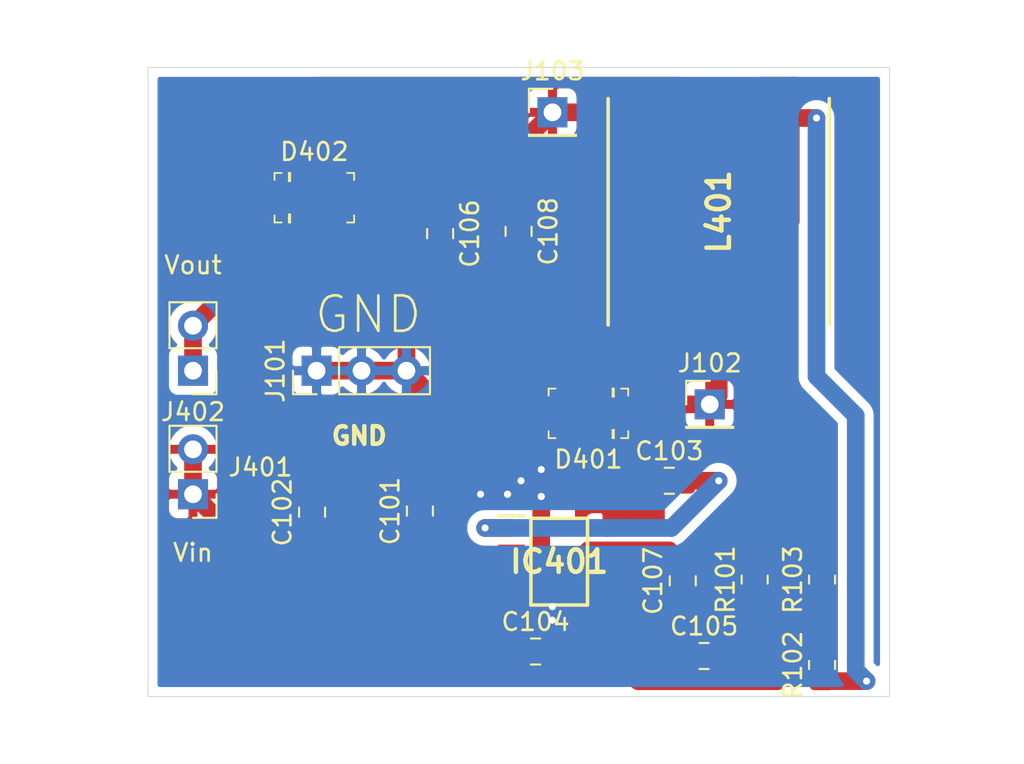
<source format=kicad_pcb>
(kicad_pcb (version 20171130) (host pcbnew "(5.1.10)-1")

  (general
    (thickness 1.6)
    (drawings 9)
    (tracks 100)
    (zones 0)
    (modules 20)
    (nets 12)
  )

  (page A4)
  (layers
    (0 F.Cu signal)
    (31 B.Cu signal)
    (32 B.Adhes user)
    (33 F.Adhes user)
    (34 B.Paste user)
    (35 F.Paste user)
    (36 B.SilkS user)
    (37 F.SilkS user)
    (38 B.Mask user)
    (39 F.Mask user)
    (40 Dwgs.User user)
    (41 Cmts.User user)
    (42 Eco1.User user)
    (43 Eco2.User user)
    (44 Edge.Cuts user)
    (45 Margin user)
    (46 B.CrtYd user)
    (47 F.CrtYd user)
    (48 B.Fab user)
    (49 F.Fab user)
  )

  (setup
    (last_trace_width 0.25)
    (trace_clearance 0.2)
    (zone_clearance 0.508)
    (zone_45_only no)
    (trace_min 0.2)
    (via_size 0.8)
    (via_drill 0.4)
    (via_min_size 0.4)
    (via_min_drill 0.3)
    (uvia_size 0.3)
    (uvia_drill 0.1)
    (uvias_allowed no)
    (uvia_min_size 0.2)
    (uvia_min_drill 0.1)
    (edge_width 0.05)
    (segment_width 0.2)
    (pcb_text_width 0.3)
    (pcb_text_size 1.5 1.5)
    (mod_edge_width 0.12)
    (mod_text_size 1 1)
    (mod_text_width 0.15)
    (pad_size 1.524 1.524)
    (pad_drill 0.762)
    (pad_to_mask_clearance 0)
    (aux_axis_origin 0 0)
    (visible_elements FFFFFF7F)
    (pcbplotparams
      (layerselection 0x010fc_ffffffff)
      (usegerberextensions false)
      (usegerberattributes true)
      (usegerberadvancedattributes true)
      (creategerberjobfile true)
      (excludeedgelayer true)
      (linewidth 0.100000)
      (plotframeref false)
      (viasonmask false)
      (mode 1)
      (useauxorigin false)
      (hpglpennumber 1)
      (hpglpenspeed 20)
      (hpglpendiameter 15.000000)
      (psnegative false)
      (psa4output false)
      (plotreference true)
      (plotvalue true)
      (plotinvisibletext false)
      (padsonsilk false)
      (subtractmaskfromsilk false)
      (outputformat 1)
      (mirror false)
      (drillshape 1)
      (scaleselection 1)
      (outputdirectory ""))
  )

  (net 0 "")
  (net 1 GND)
  (net 2 "Net-(C103-Pad2)")
  (net 3 "Net-(C103-Pad1)")
  (net 4 "Net-(C104-Pad1)")
  (net 5 "Net-(C105-Pad2)")
  (net 6 "Net-(C105-Pad1)")
  (net 7 "Net-(C106-Pad1)")
  (net 8 "Net-(IC401-Pad5)")
  (net 9 "Net-(IC401-Pad3)")
  (net 10 Buck_IN)
  (net 11 Buck_Out)

  (net_class Default "This is the default net class."
    (clearance 0.2)
    (trace_width 0.25)
    (via_dia 0.8)
    (via_drill 0.4)
    (uvia_dia 0.3)
    (uvia_drill 0.1)
    (add_net Buck_IN)
    (add_net Buck_Out)
    (add_net GND)
    (add_net "Net-(C103-Pad1)")
    (add_net "Net-(C103-Pad2)")
    (add_net "Net-(C104-Pad1)")
    (add_net "Net-(C105-Pad1)")
    (add_net "Net-(C105-Pad2)")
    (add_net "Net-(C106-Pad1)")
    (add_net "Net-(IC401-Pad3)")
    (add_net "Net-(IC401-Pad5)")
  )

  (module Capacitor_SMD:C_0805_2012Metric (layer F.Cu) (tedit 5F68FEEE) (tstamp 613F864D)
    (at 134.3 108.204)
    (descr "Capacitor SMD 0805 (2012 Metric), square (rectangular) end terminal, IPC_7351 nominal, (Body size source: IPC-SM-782 page 76, https://www.pcb-3d.com/wordpress/wp-content/uploads/ipc-sm-782a_amendment_1_and_2.pdf, https://docs.google.com/spreadsheets/d/1BsfQQcO9C6DZCsRaXUlFlo91Tg2WpOkGARC1WS5S8t0/edit?usp=sharing), generated with kicad-footprint-generator")
    (tags capacitor)
    (path /61A8D160)
    (attr smd)
    (fp_text reference C105 (at 0 -1.68) (layer F.SilkS)
      (effects (font (size 1 1) (thickness 0.15)))
    )
    (fp_text value 1nF (at 0 1.68) (layer F.Fab)
      (effects (font (size 1 1) (thickness 0.15)))
    )
    (fp_text user %R (at 0 0) (layer F.Fab)
      (effects (font (size 0.5 0.5) (thickness 0.08)))
    )
    (fp_line (start -1 0.625) (end -1 -0.625) (layer F.Fab) (width 0.1))
    (fp_line (start -1 -0.625) (end 1 -0.625) (layer F.Fab) (width 0.1))
    (fp_line (start 1 -0.625) (end 1 0.625) (layer F.Fab) (width 0.1))
    (fp_line (start 1 0.625) (end -1 0.625) (layer F.Fab) (width 0.1))
    (fp_line (start -0.261252 -0.735) (end 0.261252 -0.735) (layer F.SilkS) (width 0.12))
    (fp_line (start -0.261252 0.735) (end 0.261252 0.735) (layer F.SilkS) (width 0.12))
    (fp_line (start -1.7 0.98) (end -1.7 -0.98) (layer F.CrtYd) (width 0.05))
    (fp_line (start -1.7 -0.98) (end 1.7 -0.98) (layer F.CrtYd) (width 0.05))
    (fp_line (start 1.7 -0.98) (end 1.7 0.98) (layer F.CrtYd) (width 0.05))
    (fp_line (start 1.7 0.98) (end -1.7 0.98) (layer F.CrtYd) (width 0.05))
    (pad 2 smd roundrect (at 0.95 0) (size 1 1.45) (layers F.Cu F.Paste F.Mask) (roundrect_rratio 0.25)
      (net 5 "Net-(C105-Pad2)"))
    (pad 1 smd roundrect (at -0.95 0) (size 1 1.45) (layers F.Cu F.Paste F.Mask) (roundrect_rratio 0.25)
      (net 6 "Net-(C105-Pad1)"))
    (model ${KISYS3DMOD}/Capacitor_SMD.3dshapes/C_0805_2012Metric.wrl
      (at (xyz 0 0 0))
      (scale (xyz 1 1 1))
      (rotate (xyz 0 0 0))
    )
  )

  (module Resistor_SMD:R_0805_2012Metric (layer F.Cu) (tedit 5F68FEEE) (tstamp 613F872F)
    (at 137.16 103.886 90)
    (descr "Resistor SMD 0805 (2012 Metric), square (rectangular) end terminal, IPC_7351 nominal, (Body size source: IPC-SM-782 page 72, https://www.pcb-3d.com/wordpress/wp-content/uploads/ipc-sm-782a_amendment_1_and_2.pdf), generated with kicad-footprint-generator")
    (tags resistor)
    (path /61A8D169)
    (attr smd)
    (fp_text reference R101 (at 0 -1.65 90) (layer F.SilkS)
      (effects (font (size 1 1) (thickness 0.15)))
    )
    (fp_text value 56.2k (at 0 1.65 90) (layer F.Fab)
      (effects (font (size 1 1) (thickness 0.15)))
    )
    (fp_text user %R (at 0 0 90) (layer F.Fab)
      (effects (font (size 0.5 0.5) (thickness 0.08)))
    )
    (fp_line (start -1 0.625) (end -1 -0.625) (layer F.Fab) (width 0.1))
    (fp_line (start -1 -0.625) (end 1 -0.625) (layer F.Fab) (width 0.1))
    (fp_line (start 1 -0.625) (end 1 0.625) (layer F.Fab) (width 0.1))
    (fp_line (start 1 0.625) (end -1 0.625) (layer F.Fab) (width 0.1))
    (fp_line (start -0.227064 -0.735) (end 0.227064 -0.735) (layer F.SilkS) (width 0.12))
    (fp_line (start -0.227064 0.735) (end 0.227064 0.735) (layer F.SilkS) (width 0.12))
    (fp_line (start -1.68 0.95) (end -1.68 -0.95) (layer F.CrtYd) (width 0.05))
    (fp_line (start -1.68 -0.95) (end 1.68 -0.95) (layer F.CrtYd) (width 0.05))
    (fp_line (start 1.68 -0.95) (end 1.68 0.95) (layer F.CrtYd) (width 0.05))
    (fp_line (start 1.68 0.95) (end -1.68 0.95) (layer F.CrtYd) (width 0.05))
    (pad 2 smd roundrect (at 0.9125 0 90) (size 1.025 1.4) (layers F.Cu F.Paste F.Mask) (roundrect_rratio 0.243902)
      (net 1 GND))
    (pad 1 smd roundrect (at -0.9125 0 90) (size 1.025 1.4) (layers F.Cu F.Paste F.Mask) (roundrect_rratio 0.243902)
      (net 5 "Net-(C105-Pad2)"))
    (model ${KISYS3DMOD}/Resistor_SMD.3dshapes/R_0805_2012Metric.wrl
      (at (xyz 0 0 0))
      (scale (xyz 1 1 1))
      (rotate (xyz 0 0 0))
    )
  )

  (module Connector_PinHeader_2.54mm:PinHeader_1x01_P2.54mm_Vertical (layer F.Cu) (tedit 59FED5CC) (tstamp 613FFBAF)
    (at 125.73 77.47)
    (descr "Through hole straight pin header, 1x01, 2.54mm pitch, single row")
    (tags "Through hole pin header THT 1x01 2.54mm single row")
    (path /61410B8F)
    (fp_text reference J103 (at 0 -2.33) (layer F.SilkS)
      (effects (font (size 1 1) (thickness 0.15)))
    )
    (fp_text value Connector_Conn_01x01_Male (at 0 2.33) (layer F.Fab)
      (effects (font (size 1 1) (thickness 0.15)))
    )
    (fp_text user %R (at 0 0 90) (layer F.Fab)
      (effects (font (size 1 1) (thickness 0.15)))
    )
    (fp_line (start -0.635 -1.27) (end 1.27 -1.27) (layer F.Fab) (width 0.1))
    (fp_line (start 1.27 -1.27) (end 1.27 1.27) (layer F.Fab) (width 0.1))
    (fp_line (start 1.27 1.27) (end -1.27 1.27) (layer F.Fab) (width 0.1))
    (fp_line (start -1.27 1.27) (end -1.27 -0.635) (layer F.Fab) (width 0.1))
    (fp_line (start -1.27 -0.635) (end -0.635 -1.27) (layer F.Fab) (width 0.1))
    (fp_line (start -1.33 1.33) (end 1.33 1.33) (layer F.SilkS) (width 0.12))
    (fp_line (start -1.33 1.27) (end -1.33 1.33) (layer F.SilkS) (width 0.12))
    (fp_line (start 1.33 1.27) (end 1.33 1.33) (layer F.SilkS) (width 0.12))
    (fp_line (start -1.33 1.27) (end 1.33 1.27) (layer F.SilkS) (width 0.12))
    (fp_line (start -1.33 0) (end -1.33 -1.33) (layer F.SilkS) (width 0.12))
    (fp_line (start -1.33 -1.33) (end 0 -1.33) (layer F.SilkS) (width 0.12))
    (fp_line (start -1.8 -1.8) (end -1.8 1.8) (layer F.CrtYd) (width 0.05))
    (fp_line (start -1.8 1.8) (end 1.8 1.8) (layer F.CrtYd) (width 0.05))
    (fp_line (start 1.8 1.8) (end 1.8 -1.8) (layer F.CrtYd) (width 0.05))
    (fp_line (start 1.8 -1.8) (end -1.8 -1.8) (layer F.CrtYd) (width 0.05))
    (pad 1 thru_hole rect (at 0 0) (size 1.7 1.7) (drill 1) (layers *.Cu *.Mask)
      (net 7 "Net-(C106-Pad1)"))
    (model ${KISYS3DMOD}/Connector_PinHeader_2.54mm.3dshapes/PinHeader_1x01_P2.54mm_Vertical.wrl
      (at (xyz 0 0 0))
      (scale (xyz 1 1 1))
      (rotate (xyz 0 0 0))
    )
  )

  (module Connector_PinHeader_2.54mm:PinHeader_1x01_P2.54mm_Vertical (layer F.Cu) (tedit 59FED5CC) (tstamp 613FFB9A)
    (at 134.62 93.98)
    (descr "Through hole straight pin header, 1x01, 2.54mm pitch, single row")
    (tags "Through hole pin header THT 1x01 2.54mm single row")
    (path /6140FFE9)
    (fp_text reference J102 (at 0 -2.33) (layer F.SilkS)
      (effects (font (size 1 1) (thickness 0.15)))
    )
    (fp_text value Connector_Conn_01x01_Male (at 0 2.33) (layer F.Fab)
      (effects (font (size 1 1) (thickness 0.15)))
    )
    (fp_text user %R (at -0.84 6.985 90) (layer F.Fab)
      (effects (font (size 1 1) (thickness 0.15)))
    )
    (fp_line (start -0.635 -1.27) (end 1.27 -1.27) (layer F.Fab) (width 0.1))
    (fp_line (start 1.27 -1.27) (end 1.27 1.27) (layer F.Fab) (width 0.1))
    (fp_line (start 1.27 1.27) (end -1.27 1.27) (layer F.Fab) (width 0.1))
    (fp_line (start -1.27 1.27) (end -1.27 -0.635) (layer F.Fab) (width 0.1))
    (fp_line (start -1.27 -0.635) (end -0.635 -1.27) (layer F.Fab) (width 0.1))
    (fp_line (start -1.33 1.33) (end 1.33 1.33) (layer F.SilkS) (width 0.12))
    (fp_line (start -1.33 1.27) (end -1.33 1.33) (layer F.SilkS) (width 0.12))
    (fp_line (start 1.33 1.27) (end 1.33 1.33) (layer F.SilkS) (width 0.12))
    (fp_line (start -1.33 1.27) (end 1.33 1.27) (layer F.SilkS) (width 0.12))
    (fp_line (start -1.33 0) (end -1.33 -1.33) (layer F.SilkS) (width 0.12))
    (fp_line (start -1.33 -1.33) (end 0 -1.33) (layer F.SilkS) (width 0.12))
    (fp_line (start -1.8 -1.8) (end -1.8 1.8) (layer F.CrtYd) (width 0.05))
    (fp_line (start -1.8 1.8) (end 1.8 1.8) (layer F.CrtYd) (width 0.05))
    (fp_line (start 1.8 1.8) (end 1.8 -1.8) (layer F.CrtYd) (width 0.05))
    (fp_line (start 1.8 -1.8) (end -1.8 -1.8) (layer F.CrtYd) (width 0.05))
    (pad 1 thru_hole rect (at 0 0) (size 1.7 1.7) (drill 1) (layers *.Cu *.Mask)
      (net 3 "Net-(C103-Pad1)"))
    (model ${KISYS3DMOD}/Connector_PinHeader_2.54mm.3dshapes/PinHeader_1x01_P2.54mm_Vertical.wrl
      (at (xyz 0 0 0))
      (scale (xyz 1 1 1))
      (rotate (xyz 0 0 0))
    )
  )

  (module Connector_PinHeader_2.54mm:PinHeader_1x03_P2.54mm_Vertical (layer F.Cu) (tedit 59FED5CC) (tstamp 613FFB85)
    (at 112.395 92.075 90)
    (descr "Through hole straight pin header, 1x03, 2.54mm pitch, single row")
    (tags "Through hole pin header THT 1x03 2.54mm single row")
    (path /6140649B)
    (fp_text reference J101 (at 0 -2.33 90) (layer F.SilkS)
      (effects (font (size 1 1) (thickness 0.15)))
    )
    (fp_text value Conn_01x03_Male (at 0 7.41 90) (layer F.Fab)
      (effects (font (size 1 1) (thickness 0.15)))
    )
    (fp_text user %R (at 0 2.54) (layer F.Fab)
      (effects (font (size 1 1) (thickness 0.15)))
    )
    (fp_line (start -0.635 -1.27) (end 1.27 -1.27) (layer F.Fab) (width 0.1))
    (fp_line (start 1.27 -1.27) (end 1.27 6.35) (layer F.Fab) (width 0.1))
    (fp_line (start 1.27 6.35) (end -1.27 6.35) (layer F.Fab) (width 0.1))
    (fp_line (start -1.27 6.35) (end -1.27 -0.635) (layer F.Fab) (width 0.1))
    (fp_line (start -1.27 -0.635) (end -0.635 -1.27) (layer F.Fab) (width 0.1))
    (fp_line (start -1.33 6.41) (end 1.33 6.41) (layer F.SilkS) (width 0.12))
    (fp_line (start -1.33 1.27) (end -1.33 6.41) (layer F.SilkS) (width 0.12))
    (fp_line (start 1.33 1.27) (end 1.33 6.41) (layer F.SilkS) (width 0.12))
    (fp_line (start -1.33 1.27) (end 1.33 1.27) (layer F.SilkS) (width 0.12))
    (fp_line (start -1.33 0) (end -1.33 -1.33) (layer F.SilkS) (width 0.12))
    (fp_line (start -1.33 -1.33) (end 0 -1.33) (layer F.SilkS) (width 0.12))
    (fp_line (start -1.8 -1.8) (end -1.8 6.85) (layer F.CrtYd) (width 0.05))
    (fp_line (start -1.8 6.85) (end 1.8 6.85) (layer F.CrtYd) (width 0.05))
    (fp_line (start 1.8 6.85) (end 1.8 -1.8) (layer F.CrtYd) (width 0.05))
    (fp_line (start 1.8 -1.8) (end -1.8 -1.8) (layer F.CrtYd) (width 0.05))
    (pad 3 thru_hole oval (at 0 5.08 90) (size 1.7 1.7) (drill 1) (layers *.Cu *.Mask)
      (net 1 GND))
    (pad 2 thru_hole oval (at 0 2.54 90) (size 1.7 1.7) (drill 1) (layers *.Cu *.Mask)
      (net 1 GND))
    (pad 1 thru_hole rect (at 0 0 90) (size 1.7 1.7) (drill 1) (layers *.Cu *.Mask)
      (net 1 GND))
    (model ${KISYS3DMOD}/Connector_PinHeader_2.54mm.3dshapes/PinHeader_1x03_P2.54mm_Vertical.wrl
      (at (xyz 0 0 0))
      (scale (xyz 1 1 1))
      (rotate (xyz 0 0 0))
    )
  )

  (module Resistor_SMD:R_0805_2012Metric (layer F.Cu) (tedit 5F68FEEE) (tstamp 613F8751)
    (at 140.97 103.886 90)
    (descr "Resistor SMD 0805 (2012 Metric), square (rectangular) end terminal, IPC_7351 nominal, (Body size source: IPC-SM-782 page 72, https://www.pcb-3d.com/wordpress/wp-content/uploads/ipc-sm-782a_amendment_1_and_2.pdf), generated with kicad-footprint-generator")
    (tags resistor)
    (path /61A8D180)
    (attr smd)
    (fp_text reference R103 (at 0 -1.65 90) (layer F.SilkS)
      (effects (font (size 1 1) (thickness 0.15)))
    )
    (fp_text value 1.78k (at 0 1.65 90) (layer F.Fab)
      (effects (font (size 1 1) (thickness 0.15)))
    )
    (fp_text user %R (at 0 0 90) (layer F.Fab)
      (effects (font (size 0.5 0.5) (thickness 0.08)))
    )
    (fp_line (start -1 0.625) (end -1 -0.625) (layer F.Fab) (width 0.1))
    (fp_line (start -1 -0.625) (end 1 -0.625) (layer F.Fab) (width 0.1))
    (fp_line (start 1 -0.625) (end 1 0.625) (layer F.Fab) (width 0.1))
    (fp_line (start 1 0.625) (end -1 0.625) (layer F.Fab) (width 0.1))
    (fp_line (start -0.227064 -0.735) (end 0.227064 -0.735) (layer F.SilkS) (width 0.12))
    (fp_line (start -0.227064 0.735) (end 0.227064 0.735) (layer F.SilkS) (width 0.12))
    (fp_line (start -1.68 0.95) (end -1.68 -0.95) (layer F.CrtYd) (width 0.05))
    (fp_line (start -1.68 -0.95) (end 1.68 -0.95) (layer F.CrtYd) (width 0.05))
    (fp_line (start 1.68 -0.95) (end 1.68 0.95) (layer F.CrtYd) (width 0.05))
    (fp_line (start 1.68 0.95) (end -1.68 0.95) (layer F.CrtYd) (width 0.05))
    (pad 2 smd roundrect (at 0.9125 0 90) (size 1.025 1.4) (layers F.Cu F.Paste F.Mask) (roundrect_rratio 0.243902)
      (net 1 GND))
    (pad 1 smd roundrect (at -0.9125 0 90) (size 1.025 1.4) (layers F.Cu F.Paste F.Mask) (roundrect_rratio 0.243902)
      (net 8 "Net-(IC401-Pad5)"))
    (model ${KISYS3DMOD}/Resistor_SMD.3dshapes/R_0805_2012Metric.wrl
      (at (xyz 0 0 0))
      (scale (xyz 1 1 1))
      (rotate (xyz 0 0 0))
    )
  )

  (module Resistor_SMD:R_0805_2012Metric (layer F.Cu) (tedit 5F68FEEE) (tstamp 613F8740)
    (at 140.97 108.712 90)
    (descr "Resistor SMD 0805 (2012 Metric), square (rectangular) end terminal, IPC_7351 nominal, (Body size source: IPC-SM-782 page 72, https://www.pcb-3d.com/wordpress/wp-content/uploads/ipc-sm-782a_amendment_1_and_2.pdf), generated with kicad-footprint-generator")
    (tags resistor)
    (path /61A8D17A)
    (attr smd)
    (fp_text reference R102 (at 0 -1.65 90) (layer F.SilkS)
      (effects (font (size 1 1) (thickness 0.15)))
    )
    (fp_text value 10.2k (at 0 1.65 90) (layer F.Fab)
      (effects (font (size 1 1) (thickness 0.15)))
    )
    (fp_text user %R (at 0 0 90) (layer F.Fab)
      (effects (font (size 0.5 0.5) (thickness 0.08)))
    )
    (fp_line (start -1 0.625) (end -1 -0.625) (layer F.Fab) (width 0.1))
    (fp_line (start -1 -0.625) (end 1 -0.625) (layer F.Fab) (width 0.1))
    (fp_line (start 1 -0.625) (end 1 0.625) (layer F.Fab) (width 0.1))
    (fp_line (start 1 0.625) (end -1 0.625) (layer F.Fab) (width 0.1))
    (fp_line (start -0.227064 -0.735) (end 0.227064 -0.735) (layer F.SilkS) (width 0.12))
    (fp_line (start -0.227064 0.735) (end 0.227064 0.735) (layer F.SilkS) (width 0.12))
    (fp_line (start -1.68 0.95) (end -1.68 -0.95) (layer F.CrtYd) (width 0.05))
    (fp_line (start -1.68 -0.95) (end 1.68 -0.95) (layer F.CrtYd) (width 0.05))
    (fp_line (start 1.68 -0.95) (end 1.68 0.95) (layer F.CrtYd) (width 0.05))
    (fp_line (start 1.68 0.95) (end -1.68 0.95) (layer F.CrtYd) (width 0.05))
    (pad 2 smd roundrect (at 0.9125 0 90) (size 1.025 1.4) (layers F.Cu F.Paste F.Mask) (roundrect_rratio 0.243902)
      (net 8 "Net-(IC401-Pad5)"))
    (pad 1 smd roundrect (at -0.9125 0 90) (size 1.025 1.4) (layers F.Cu F.Paste F.Mask) (roundrect_rratio 0.243902)
      (net 7 "Net-(C106-Pad1)"))
    (model ${KISYS3DMOD}/Resistor_SMD.3dshapes/R_0805_2012Metric.wrl
      (at (xyz 0 0 0))
      (scale (xyz 1 1 1))
      (rotate (xyz 0 0 0))
    )
  )

  (module SamacSys_Parts:INDPM128125X600N (layer F.Cu) (tedit 0) (tstamp 613F871E)
    (at 135.128 83.092 90)
    (descr RLF12560T-1)
    (tags Inductor)
    (path /612ACFD5)
    (attr smd)
    (fp_text reference L401 (at 0 0 90) (layer F.SilkS)
      (effects (font (size 1.27 1.27) (thickness 0.254)))
    )
    (fp_text value RLF12560T-7R8N8R2 (at 0 0 90) (layer F.SilkS) hide
      (effects (font (size 1.27 1.27) (thickness 0.254)))
    )
    (fp_text user %R (at 0 0 90) (layer F.Fab)
      (effects (font (size 1.27 1.27) (thickness 0.254)))
    )
    (fp_line (start -7.4 -6.75) (end 7.4 -6.75) (layer F.CrtYd) (width 0.05))
    (fp_line (start 7.4 -6.75) (end 7.4 6.75) (layer F.CrtYd) (width 0.05))
    (fp_line (start 7.4 6.75) (end -7.4 6.75) (layer F.CrtYd) (width 0.05))
    (fp_line (start -7.4 6.75) (end -7.4 -6.75) (layer F.CrtYd) (width 0.05))
    (fp_line (start -6.4 -6.25) (end 6.4 -6.25) (layer F.Fab) (width 0.1))
    (fp_line (start 6.4 -6.25) (end 6.4 6.25) (layer F.Fab) (width 0.1))
    (fp_line (start 6.4 6.25) (end -6.4 6.25) (layer F.Fab) (width 0.1))
    (fp_line (start -6.4 6.25) (end -6.4 -6.25) (layer F.Fab) (width 0.1))
    (fp_line (start 6.4 -6.25) (end -6.4 -6.25) (layer F.SilkS) (width 0.2))
    (fp_line (start -6.4 6.25) (end 6.4 6.25) (layer F.SilkS) (width 0.2))
    (pad 2 smd rect (at 5.3 0 180) (size 3.6 3.7) (layers F.Cu F.Paste F.Mask)
      (net 7 "Net-(C106-Pad1)"))
    (pad 1 smd rect (at -5.3 0 180) (size 3.6 3.7) (layers F.Cu F.Paste F.Mask)
      (net 3 "Net-(C103-Pad1)"))
    (model "C:\\Users\\Aalam Shaikh\\Documents\\GitHub\\rack_programer-hardware\\CI_ComPCB\\lib\\SamacSys_Parts.3dshapes\\RLF12560T-7R8N8R2.stp"
      (at (xyz 0 0 0))
      (scale (xyz 1 1 1))
      (rotate (xyz 0 0 0))
    )
  )

  (module Connector_PinHeader_2.54mm:PinHeader_1x02_P2.54mm_Vertical (layer F.Cu) (tedit 59FED5CC) (tstamp 613F870D)
    (at 105.41 92.075 180)
    (descr "Through hole straight pin header, 1x02, 2.54mm pitch, single row")
    (tags "Through hole pin header THT 1x02 2.54mm single row")
    (path /6129A665)
    (fp_text reference J402 (at 0 -2.33) (layer F.SilkS)
      (effects (font (size 1 1) (thickness 0.15)))
    )
    (fp_text value Connector_Conn_01x02_Male (at 0 4.87) (layer F.Fab)
      (effects (font (size 1 1) (thickness 0.15)))
    )
    (fp_text user %R (at 0 1.27 90) (layer F.Fab)
      (effects (font (size 1 1) (thickness 0.15)))
    )
    (fp_line (start -0.635 -1.27) (end 1.27 -1.27) (layer F.Fab) (width 0.1))
    (fp_line (start 1.27 -1.27) (end 1.27 3.81) (layer F.Fab) (width 0.1))
    (fp_line (start 1.27 3.81) (end -1.27 3.81) (layer F.Fab) (width 0.1))
    (fp_line (start -1.27 3.81) (end -1.27 -0.635) (layer F.Fab) (width 0.1))
    (fp_line (start -1.27 -0.635) (end -0.635 -1.27) (layer F.Fab) (width 0.1))
    (fp_line (start -1.33 3.87) (end 1.33 3.87) (layer F.SilkS) (width 0.12))
    (fp_line (start -1.33 1.27) (end -1.33 3.87) (layer F.SilkS) (width 0.12))
    (fp_line (start 1.33 1.27) (end 1.33 3.87) (layer F.SilkS) (width 0.12))
    (fp_line (start -1.33 1.27) (end 1.33 1.27) (layer F.SilkS) (width 0.12))
    (fp_line (start -1.33 0) (end -1.33 -1.33) (layer F.SilkS) (width 0.12))
    (fp_line (start -1.33 -1.33) (end 0 -1.33) (layer F.SilkS) (width 0.12))
    (fp_line (start -1.8 -1.8) (end -1.8 4.35) (layer F.CrtYd) (width 0.05))
    (fp_line (start -1.8 4.35) (end 1.8 4.35) (layer F.CrtYd) (width 0.05))
    (fp_line (start 1.8 4.35) (end 1.8 -1.8) (layer F.CrtYd) (width 0.05))
    (fp_line (start 1.8 -1.8) (end -1.8 -1.8) (layer F.CrtYd) (width 0.05))
    (pad 2 thru_hole oval (at 0 2.54 180) (size 1.7 1.7) (drill 1) (layers *.Cu *.Mask)
      (net 11 Buck_Out))
    (pad 1 thru_hole rect (at 0 0 180) (size 1.7 1.7) (drill 1) (layers *.Cu *.Mask)
      (net 11 Buck_Out))
    (model ${KISYS3DMOD}/Connector_PinHeader_2.54mm.3dshapes/PinHeader_1x02_P2.54mm_Vertical.wrl
      (at (xyz 0 0 0))
      (scale (xyz 1 1 1))
      (rotate (xyz 0 0 0))
    )
  )

  (module Connector_PinHeader_2.54mm:PinHeader_1x02_P2.54mm_Vertical (layer F.Cu) (tedit 59FED5CC) (tstamp 613F86F7)
    (at 105.41 99.06 180)
    (descr "Through hole straight pin header, 1x02, 2.54mm pitch, single row")
    (tags "Through hole pin header THT 1x02 2.54mm single row")
    (path /6129C94F)
    (fp_text reference J401 (at -3.81 1.524) (layer F.SilkS)
      (effects (font (size 1 1) (thickness 0.15)))
    )
    (fp_text value Connector_Conn_01x02_Male (at 0 4.87) (layer F.Fab)
      (effects (font (size 1 1) (thickness 0.15)))
    )
    (fp_text user %R (at 0 1.27 90) (layer F.Fab)
      (effects (font (size 1 1) (thickness 0.15)))
    )
    (fp_line (start -0.635 -1.27) (end 1.27 -1.27) (layer F.Fab) (width 0.1))
    (fp_line (start 1.27 -1.27) (end 1.27 3.81) (layer F.Fab) (width 0.1))
    (fp_line (start 1.27 3.81) (end -1.27 3.81) (layer F.Fab) (width 0.1))
    (fp_line (start -1.27 3.81) (end -1.27 -0.635) (layer F.Fab) (width 0.1))
    (fp_line (start -1.27 -0.635) (end -0.635 -1.27) (layer F.Fab) (width 0.1))
    (fp_line (start -1.33 3.87) (end 1.33 3.87) (layer F.SilkS) (width 0.12))
    (fp_line (start -1.33 1.27) (end -1.33 3.87) (layer F.SilkS) (width 0.12))
    (fp_line (start 1.33 1.27) (end 1.33 3.87) (layer F.SilkS) (width 0.12))
    (fp_line (start -1.33 1.27) (end 1.33 1.27) (layer F.SilkS) (width 0.12))
    (fp_line (start -1.33 0) (end -1.33 -1.33) (layer F.SilkS) (width 0.12))
    (fp_line (start -1.33 -1.33) (end 0 -1.33) (layer F.SilkS) (width 0.12))
    (fp_line (start -1.8 -1.8) (end -1.8 4.35) (layer F.CrtYd) (width 0.05))
    (fp_line (start -1.8 4.35) (end 1.8 4.35) (layer F.CrtYd) (width 0.05))
    (fp_line (start 1.8 4.35) (end 1.8 -1.8) (layer F.CrtYd) (width 0.05))
    (fp_line (start 1.8 -1.8) (end -1.8 -1.8) (layer F.CrtYd) (width 0.05))
    (pad 2 thru_hole oval (at 0 2.54 180) (size 1.7 1.7) (drill 1) (layers *.Cu *.Mask)
      (net 10 Buck_IN))
    (pad 1 thru_hole rect (at 0 0 180) (size 1.7 1.7) (drill 1) (layers *.Cu *.Mask)
      (net 10 Buck_IN))
    (model ${KISYS3DMOD}/Connector_PinHeader_2.54mm.3dshapes/PinHeader_1x02_P2.54mm_Vertical.wrl
      (at (xyz 0 0 0))
      (scale (xyz 1 1 1))
      (rotate (xyz 0 0 0))
    )
  )

  (module SamacSys_Parts:SOIC127P600X175-8N (layer F.Cu) (tedit 0) (tstamp 613F86E1)
    (at 126.111 102.87)
    (descr NSOIC8)
    (tags "Integrated Circuit")
    (path /612C5C0D)
    (attr smd)
    (fp_text reference IC401 (at 0 0) (layer F.SilkS)
      (effects (font (size 1.27 1.27) (thickness 0.254)))
    )
    (fp_text value TPS54331DR (at 0 0) (layer F.SilkS) hide
      (effects (font (size 1.27 1.27) (thickness 0.254)))
    )
    (fp_text user %R (at 0 0) (layer F.Fab)
      (effects (font (size 1.27 1.27) (thickness 0.254)))
    )
    (fp_line (start -3.7 -2.7) (end 3.7 -2.7) (layer F.CrtYd) (width 0.05))
    (fp_line (start 3.7 -2.7) (end 3.7 2.7) (layer F.CrtYd) (width 0.05))
    (fp_line (start 3.7 2.7) (end -3.7 2.7) (layer F.CrtYd) (width 0.05))
    (fp_line (start -3.7 2.7) (end -3.7 -2.7) (layer F.CrtYd) (width 0.05))
    (fp_line (start -1.95 -2.45) (end 1.95 -2.45) (layer F.Fab) (width 0.1))
    (fp_line (start 1.95 -2.45) (end 1.95 2.45) (layer F.Fab) (width 0.1))
    (fp_line (start 1.95 2.45) (end -1.95 2.45) (layer F.Fab) (width 0.1))
    (fp_line (start -1.95 2.45) (end -1.95 -2.45) (layer F.Fab) (width 0.1))
    (fp_line (start -1.95 -1.18) (end -0.68 -2.45) (layer F.Fab) (width 0.1))
    (fp_line (start -1.6 -2.45) (end 1.6 -2.45) (layer F.SilkS) (width 0.2))
    (fp_line (start 1.6 -2.45) (end 1.6 2.45) (layer F.SilkS) (width 0.2))
    (fp_line (start 1.6 2.45) (end -1.6 2.45) (layer F.SilkS) (width 0.2))
    (fp_line (start -1.6 2.45) (end -1.6 -2.45) (layer F.SilkS) (width 0.2))
    (fp_line (start -3.45 -2.58) (end -1.95 -2.58) (layer F.SilkS) (width 0.2))
    (pad 8 smd rect (at 2.7 -1.905 90) (size 0.65 1.5) (layers F.Cu F.Paste F.Mask)
      (net 3 "Net-(C103-Pad1)"))
    (pad 7 smd rect (at 2.7 -0.635 90) (size 0.65 1.5) (layers F.Cu F.Paste F.Mask)
      (net 1 GND))
    (pad 6 smd rect (at 2.7 0.635 90) (size 0.65 1.5) (layers F.Cu F.Paste F.Mask)
      (net 6 "Net-(C105-Pad1)"))
    (pad 5 smd rect (at 2.7 1.905 90) (size 0.65 1.5) (layers F.Cu F.Paste F.Mask)
      (net 8 "Net-(IC401-Pad5)"))
    (pad 4 smd rect (at -2.7 1.905 90) (size 0.65 1.5) (layers F.Cu F.Paste F.Mask)
      (net 4 "Net-(C104-Pad1)"))
    (pad 3 smd rect (at -2.7 0.635 90) (size 0.65 1.5) (layers F.Cu F.Paste F.Mask)
      (net 9 "Net-(IC401-Pad3)"))
    (pad 2 smd rect (at -2.7 -0.635 90) (size 0.65 1.5) (layers F.Cu F.Paste F.Mask)
      (net 10 Buck_IN))
    (pad 1 smd rect (at -2.7 -1.905 90) (size 0.65 1.5) (layers F.Cu F.Paste F.Mask)
      (net 2 "Net-(C103-Pad2)"))
    (model "C:\\Users\\Aalam Shaikh\\Documents\\GitHub\\rack_programer-hardware\\CI_ComPCB\\lib\\SamacSys_Parts.3dshapes\\SP485EEN-L_TR.stp"
      (at (xyz 0 0 0))
      (scale (xyz 1 1 1))
      (rotate (xyz 0 0 0))
    )
  )

  (module digikey-footprints:DO-214AC (layer F.Cu) (tedit 612E90B8) (tstamp 613F86C6)
    (at 112.268 82.296)
    (path /612967EC)
    (attr smd)
    (fp_text reference D402 (at 0 -2.6) (layer F.SilkS)
      (effects (font (size 1 1) (thickness 0.15)))
    )
    (fp_text value SS34 (at 0 2.45) (layer F.Fab)
      (effects (font (size 1 1) (thickness 0.15)))
    )
    (fp_text user %R (at 0.40894 0) (layer F.Fab)
      (effects (font (size 0.75 0.75) (thickness 0.075)))
    )
    (fp_line (start -1.44018 -1.30048) (end -1.44018 1.30048) (layer F.Fab) (width 0.1))
    (fp_line (start -1.44018 1.30048) (end -1.36398 1.30048) (layer F.Fab) (width 0.1))
    (fp_line (start -1.36398 1.30048) (end -1.36144 -1.30048) (layer F.Fab) (width 0.1))
    (fp_line (start -1.36144 -1.30048) (end -1.44018 -1.30048) (layer F.Fab) (width 0.1))
    (fp_line (start -1.44018 1.40208) (end -1.44018 0.94234) (layer F.SilkS) (width 0.1))
    (fp_line (start -1.44018 0.94234) (end -1.36398 0.94234) (layer F.SilkS) (width 0.1))
    (fp_line (start -1.36398 0.94234) (end -1.36398 1.40208) (layer F.SilkS) (width 0.1))
    (fp_line (start -1.36398 1.40208) (end -1.44018 1.40208) (layer F.SilkS) (width 0.1))
    (fp_line (start -1.44018 -1.39954) (end -1.44018 -0.93472) (layer F.SilkS) (width 0.1))
    (fp_line (start -1.44018 -0.93472) (end -1.36398 -0.93472) (layer F.SilkS) (width 0.1))
    (fp_line (start -1.36398 -0.93472) (end -1.36398 -1.39954) (layer F.SilkS) (width 0.1))
    (fp_line (start -1.36398 -1.39954) (end -1.44018 -1.39954) (layer F.SilkS) (width 0.1))
    (fp_line (start -3.5 1.55) (end 3.5 1.55) (layer F.CrtYd) (width 0.05))
    (fp_line (start -3.5 -1.55) (end 3.5 -1.55) (layer F.CrtYd) (width 0.05))
    (fp_line (start 3.5 -1.55) (end 3.5 1.55) (layer F.CrtYd) (width 0.05))
    (fp_line (start -3.5 -1.55) (end -3.5 1.55) (layer F.CrtYd) (width 0.05))
    (fp_line (start 2.25 1.4) (end 1.85 1.4) (layer F.SilkS) (width 0.1))
    (fp_line (start 2.25 1.4) (end 2.25 1) (layer F.SilkS) (width 0.1))
    (fp_line (start -2.25 1.4) (end -1.85 1.4) (layer F.SilkS) (width 0.1))
    (fp_line (start -2.25 1.4) (end -2.25 1) (layer F.SilkS) (width 0.1))
    (fp_line (start -2.25 -1.4) (end -2.25 -1) (layer F.SilkS) (width 0.1))
    (fp_line (start -2.25 -1.4) (end -1.85 -1.4) (layer F.SilkS) (width 0.1))
    (fp_line (start 2.25 -1.4) (end 1.85 -1.4) (layer F.SilkS) (width 0.1))
    (fp_line (start 2.25 -1.4) (end 2.25 -1) (layer F.SilkS) (width 0.1))
    (fp_line (start -2.15 1.3) (end 2.15 1.3) (layer F.Fab) (width 0.1))
    (fp_line (start -2.15 -1.3) (end 2.15 -1.3) (layer F.Fab) (width 0.1))
    (fp_line (start 2.15 -1.3) (end 2.15 1.3) (layer F.Fab) (width 0.1))
    (fp_line (start -2.15 -1.3) (end -2.15 1.3) (layer F.Fab) (width 0.1))
    (pad 1 smd rect (at -2 0) (size 2.5 1.7) (layers F.Cu F.Paste F.Mask)
      (net 11 Buck_Out))
    (pad 2 smd rect (at 2 0) (size 2.5 1.7) (layers F.Cu F.Paste F.Mask)
      (net 7 "Net-(C106-Pad1)"))
  )

  (module digikey-footprints:DO-214AC (layer F.Cu) (tedit 612E90B8) (tstamp 613F86A3)
    (at 127.762 94.488 180)
    (path /6129D4B6)
    (attr smd)
    (fp_text reference D401 (at 0 -2.6) (layer F.SilkS)
      (effects (font (size 1 1) (thickness 0.15)))
    )
    (fp_text value SS34 (at 0 2.45) (layer F.Fab)
      (effects (font (size 1 1) (thickness 0.15)))
    )
    (fp_text user %R (at 0.40894 0) (layer F.Fab)
      (effects (font (size 0.75 0.75) (thickness 0.075)))
    )
    (fp_line (start -1.44018 -1.30048) (end -1.44018 1.30048) (layer F.Fab) (width 0.1))
    (fp_line (start -1.44018 1.30048) (end -1.36398 1.30048) (layer F.Fab) (width 0.1))
    (fp_line (start -1.36398 1.30048) (end -1.36144 -1.30048) (layer F.Fab) (width 0.1))
    (fp_line (start -1.36144 -1.30048) (end -1.44018 -1.30048) (layer F.Fab) (width 0.1))
    (fp_line (start -1.44018 1.40208) (end -1.44018 0.94234) (layer F.SilkS) (width 0.1))
    (fp_line (start -1.44018 0.94234) (end -1.36398 0.94234) (layer F.SilkS) (width 0.1))
    (fp_line (start -1.36398 0.94234) (end -1.36398 1.40208) (layer F.SilkS) (width 0.1))
    (fp_line (start -1.36398 1.40208) (end -1.44018 1.40208) (layer F.SilkS) (width 0.1))
    (fp_line (start -1.44018 -1.39954) (end -1.44018 -0.93472) (layer F.SilkS) (width 0.1))
    (fp_line (start -1.44018 -0.93472) (end -1.36398 -0.93472) (layer F.SilkS) (width 0.1))
    (fp_line (start -1.36398 -0.93472) (end -1.36398 -1.39954) (layer F.SilkS) (width 0.1))
    (fp_line (start -1.36398 -1.39954) (end -1.44018 -1.39954) (layer F.SilkS) (width 0.1))
    (fp_line (start -3.5 1.55) (end 3.5 1.55) (layer F.CrtYd) (width 0.05))
    (fp_line (start -3.5 -1.55) (end 3.5 -1.55) (layer F.CrtYd) (width 0.05))
    (fp_line (start 3.5 -1.55) (end 3.5 1.55) (layer F.CrtYd) (width 0.05))
    (fp_line (start -3.5 -1.55) (end -3.5 1.55) (layer F.CrtYd) (width 0.05))
    (fp_line (start 2.25 1.4) (end 1.85 1.4) (layer F.SilkS) (width 0.1))
    (fp_line (start 2.25 1.4) (end 2.25 1) (layer F.SilkS) (width 0.1))
    (fp_line (start -2.25 1.4) (end -1.85 1.4) (layer F.SilkS) (width 0.1))
    (fp_line (start -2.25 1.4) (end -2.25 1) (layer F.SilkS) (width 0.1))
    (fp_line (start -2.25 -1.4) (end -2.25 -1) (layer F.SilkS) (width 0.1))
    (fp_line (start -2.25 -1.4) (end -1.85 -1.4) (layer F.SilkS) (width 0.1))
    (fp_line (start 2.25 -1.4) (end 1.85 -1.4) (layer F.SilkS) (width 0.1))
    (fp_line (start 2.25 -1.4) (end 2.25 -1) (layer F.SilkS) (width 0.1))
    (fp_line (start -2.15 1.3) (end 2.15 1.3) (layer F.Fab) (width 0.1))
    (fp_line (start -2.15 -1.3) (end 2.15 -1.3) (layer F.Fab) (width 0.1))
    (fp_line (start 2.15 -1.3) (end 2.15 1.3) (layer F.Fab) (width 0.1))
    (fp_line (start -2.15 -1.3) (end -2.15 1.3) (layer F.Fab) (width 0.1))
    (pad 1 smd rect (at -2 0 180) (size 2.5 1.7) (layers F.Cu F.Paste F.Mask)
      (net 3 "Net-(C103-Pad1)"))
    (pad 2 smd rect (at 2 0 180) (size 2.5 1.7) (layers F.Cu F.Paste F.Mask)
      (net 1 GND))
  )

  (module Capacitor_SMD:C_0805_2012Metric (layer F.Cu) (tedit 5F68FEEE) (tstamp 613F8680)
    (at 123.814999 84.201001 270)
    (descr "Capacitor SMD 0805 (2012 Metric), square (rectangular) end terminal, IPC_7351 nominal, (Body size source: IPC-SM-782 page 76, https://www.pcb-3d.com/wordpress/wp-content/uploads/ipc-sm-782a_amendment_1_and_2.pdf, https://docs.google.com/spreadsheets/d/1BsfQQcO9C6DZCsRaXUlFlo91Tg2WpOkGARC1WS5S8t0/edit?usp=sharing), generated with kicad-footprint-generator")
    (tags capacitor)
    (path /61A8D146)
    (attr smd)
    (fp_text reference C108 (at 0 -1.68 90) (layer F.SilkS)
      (effects (font (size 1 1) (thickness 0.15)))
    )
    (fp_text value 47uF (at 0 1.68 90) (layer F.Fab)
      (effects (font (size 1 1) (thickness 0.15)))
    )
    (fp_text user %R (at 0 0 90) (layer F.Fab)
      (effects (font (size 0.5 0.5) (thickness 0.08)))
    )
    (fp_line (start -1 0.625) (end -1 -0.625) (layer F.Fab) (width 0.1))
    (fp_line (start -1 -0.625) (end 1 -0.625) (layer F.Fab) (width 0.1))
    (fp_line (start 1 -0.625) (end 1 0.625) (layer F.Fab) (width 0.1))
    (fp_line (start 1 0.625) (end -1 0.625) (layer F.Fab) (width 0.1))
    (fp_line (start -0.261252 -0.735) (end 0.261252 -0.735) (layer F.SilkS) (width 0.12))
    (fp_line (start -0.261252 0.735) (end 0.261252 0.735) (layer F.SilkS) (width 0.12))
    (fp_line (start -1.7 0.98) (end -1.7 -0.98) (layer F.CrtYd) (width 0.05))
    (fp_line (start -1.7 -0.98) (end 1.7 -0.98) (layer F.CrtYd) (width 0.05))
    (fp_line (start 1.7 -0.98) (end 1.7 0.98) (layer F.CrtYd) (width 0.05))
    (fp_line (start 1.7 0.98) (end -1.7 0.98) (layer F.CrtYd) (width 0.05))
    (pad 2 smd roundrect (at 0.95 0 270) (size 1 1.45) (layers F.Cu F.Paste F.Mask) (roundrect_rratio 0.25)
      (net 1 GND))
    (pad 1 smd roundrect (at -0.95 0 270) (size 1 1.45) (layers F.Cu F.Paste F.Mask) (roundrect_rratio 0.25)
      (net 7 "Net-(C106-Pad1)"))
    (model ${KISYS3DMOD}/Capacitor_SMD.3dshapes/C_0805_2012Metric.wrl
      (at (xyz 0 0 0))
      (scale (xyz 1 1 1))
      (rotate (xyz 0 0 0))
    )
  )

  (module Capacitor_SMD:C_0805_2012Metric (layer F.Cu) (tedit 5F68FEEE) (tstamp 613F866F)
    (at 133.096 103.952 90)
    (descr "Capacitor SMD 0805 (2012 Metric), square (rectangular) end terminal, IPC_7351 nominal, (Body size source: IPC-SM-782 page 76, https://www.pcb-3d.com/wordpress/wp-content/uploads/ipc-sm-782a_amendment_1_and_2.pdf, https://docs.google.com/spreadsheets/d/1BsfQQcO9C6DZCsRaXUlFlo91Tg2WpOkGARC1WS5S8t0/edit?usp=sharing), generated with kicad-footprint-generator")
    (tags capacitor)
    (path /61A8D158)
    (attr smd)
    (fp_text reference C107 (at 0 -1.68 90) (layer F.SilkS)
      (effects (font (size 1 1) (thickness 0.15)))
    )
    (fp_text value 10pf (at 0 1.68 90) (layer F.Fab)
      (effects (font (size 1 1) (thickness 0.15)))
    )
    (fp_text user %R (at 0 0 90) (layer F.Fab)
      (effects (font (size 0.5 0.5) (thickness 0.08)))
    )
    (fp_line (start -1 0.625) (end -1 -0.625) (layer F.Fab) (width 0.1))
    (fp_line (start -1 -0.625) (end 1 -0.625) (layer F.Fab) (width 0.1))
    (fp_line (start 1 -0.625) (end 1 0.625) (layer F.Fab) (width 0.1))
    (fp_line (start 1 0.625) (end -1 0.625) (layer F.Fab) (width 0.1))
    (fp_line (start -0.261252 -0.735) (end 0.261252 -0.735) (layer F.SilkS) (width 0.12))
    (fp_line (start -0.261252 0.735) (end 0.261252 0.735) (layer F.SilkS) (width 0.12))
    (fp_line (start -1.7 0.98) (end -1.7 -0.98) (layer F.CrtYd) (width 0.05))
    (fp_line (start -1.7 -0.98) (end 1.7 -0.98) (layer F.CrtYd) (width 0.05))
    (fp_line (start 1.7 -0.98) (end 1.7 0.98) (layer F.CrtYd) (width 0.05))
    (fp_line (start 1.7 0.98) (end -1.7 0.98) (layer F.CrtYd) (width 0.05))
    (pad 2 smd roundrect (at 0.95 0 90) (size 1 1.45) (layers F.Cu F.Paste F.Mask) (roundrect_rratio 0.25)
      (net 1 GND))
    (pad 1 smd roundrect (at -0.95 0 90) (size 1 1.45) (layers F.Cu F.Paste F.Mask) (roundrect_rratio 0.25)
      (net 6 "Net-(C105-Pad1)"))
    (model ${KISYS3DMOD}/Capacitor_SMD.3dshapes/C_0805_2012Metric.wrl
      (at (xyz 0 0 0))
      (scale (xyz 1 1 1))
      (rotate (xyz 0 0 0))
    )
  )

  (module Capacitor_SMD:C_0805_2012Metric (layer F.Cu) (tedit 5F68FEEE) (tstamp 613F865E)
    (at 119.38 84.328 270)
    (descr "Capacitor SMD 0805 (2012 Metric), square (rectangular) end terminal, IPC_7351 nominal, (Body size source: IPC-SM-782 page 76, https://www.pcb-3d.com/wordpress/wp-content/uploads/ipc-sm-782a_amendment_1_and_2.pdf, https://docs.google.com/spreadsheets/d/1BsfQQcO9C6DZCsRaXUlFlo91Tg2WpOkGARC1WS5S8t0/edit?usp=sharing), generated with kicad-footprint-generator")
    (tags capacitor)
    (path /61A8D138)
    (attr smd)
    (fp_text reference C106 (at 0 -1.68 90) (layer F.SilkS)
      (effects (font (size 1 1) (thickness 0.15)))
    )
    (fp_text value 47uF (at 0 1.68 90) (layer F.Fab)
      (effects (font (size 1 1) (thickness 0.15)))
    )
    (fp_text user %R (at 0 0 90) (layer F.Fab)
      (effects (font (size 0.5 0.5) (thickness 0.08)))
    )
    (fp_line (start -1 0.625) (end -1 -0.625) (layer F.Fab) (width 0.1))
    (fp_line (start -1 -0.625) (end 1 -0.625) (layer F.Fab) (width 0.1))
    (fp_line (start 1 -0.625) (end 1 0.625) (layer F.Fab) (width 0.1))
    (fp_line (start 1 0.625) (end -1 0.625) (layer F.Fab) (width 0.1))
    (fp_line (start -0.261252 -0.735) (end 0.261252 -0.735) (layer F.SilkS) (width 0.12))
    (fp_line (start -0.261252 0.735) (end 0.261252 0.735) (layer F.SilkS) (width 0.12))
    (fp_line (start -1.7 0.98) (end -1.7 -0.98) (layer F.CrtYd) (width 0.05))
    (fp_line (start -1.7 -0.98) (end 1.7 -0.98) (layer F.CrtYd) (width 0.05))
    (fp_line (start 1.7 -0.98) (end 1.7 0.98) (layer F.CrtYd) (width 0.05))
    (fp_line (start 1.7 0.98) (end -1.7 0.98) (layer F.CrtYd) (width 0.05))
    (pad 2 smd roundrect (at 0.95 0 270) (size 1 1.45) (layers F.Cu F.Paste F.Mask) (roundrect_rratio 0.25)
      (net 1 GND))
    (pad 1 smd roundrect (at -0.95 0 270) (size 1 1.45) (layers F.Cu F.Paste F.Mask) (roundrect_rratio 0.25)
      (net 7 "Net-(C106-Pad1)"))
    (model ${KISYS3DMOD}/Capacitor_SMD.3dshapes/C_0805_2012Metric.wrl
      (at (xyz 0 0 0))
      (scale (xyz 1 1 1))
      (rotate (xyz 0 0 0))
    )
  )

  (module Capacitor_SMD:C_0805_2012Metric (layer F.Cu) (tedit 5F68FEEE) (tstamp 613F863C)
    (at 124.775 107.95)
    (descr "Capacitor SMD 0805 (2012 Metric), square (rectangular) end terminal, IPC_7351 nominal, (Body size source: IPC-SM-782 page 76, https://www.pcb-3d.com/wordpress/wp-content/uploads/ipc-sm-782a_amendment_1_and_2.pdf, https://docs.google.com/spreadsheets/d/1BsfQQcO9C6DZCsRaXUlFlo91Tg2WpOkGARC1WS5S8t0/edit?usp=sharing), generated with kicad-footprint-generator")
    (tags capacitor)
    (path /61A8D195)
    (attr smd)
    (fp_text reference C104 (at 0 -1.68) (layer F.SilkS)
      (effects (font (size 1 1) (thickness 0.15)))
    )
    (fp_text value 8.2nF (at 0 1.68) (layer F.Fab)
      (effects (font (size 1 1) (thickness 0.15)))
    )
    (fp_text user %R (at 0 0) (layer F.Fab)
      (effects (font (size 0.5 0.5) (thickness 0.08)))
    )
    (fp_line (start -1 0.625) (end -1 -0.625) (layer F.Fab) (width 0.1))
    (fp_line (start -1 -0.625) (end 1 -0.625) (layer F.Fab) (width 0.1))
    (fp_line (start 1 -0.625) (end 1 0.625) (layer F.Fab) (width 0.1))
    (fp_line (start 1 0.625) (end -1 0.625) (layer F.Fab) (width 0.1))
    (fp_line (start -0.261252 -0.735) (end 0.261252 -0.735) (layer F.SilkS) (width 0.12))
    (fp_line (start -0.261252 0.735) (end 0.261252 0.735) (layer F.SilkS) (width 0.12))
    (fp_line (start -1.7 0.98) (end -1.7 -0.98) (layer F.CrtYd) (width 0.05))
    (fp_line (start -1.7 -0.98) (end 1.7 -0.98) (layer F.CrtYd) (width 0.05))
    (fp_line (start 1.7 -0.98) (end 1.7 0.98) (layer F.CrtYd) (width 0.05))
    (fp_line (start 1.7 0.98) (end -1.7 0.98) (layer F.CrtYd) (width 0.05))
    (pad 2 smd roundrect (at 0.95 0) (size 1 1.45) (layers F.Cu F.Paste F.Mask) (roundrect_rratio 0.25)
      (net 1 GND))
    (pad 1 smd roundrect (at -0.95 0) (size 1 1.45) (layers F.Cu F.Paste F.Mask) (roundrect_rratio 0.25)
      (net 4 "Net-(C104-Pad1)"))
    (model ${KISYS3DMOD}/Capacitor_SMD.3dshapes/C_0805_2012Metric.wrl
      (at (xyz 0 0 0))
      (scale (xyz 1 1 1))
      (rotate (xyz 0 0 0))
    )
  )

  (module Capacitor_SMD:C_0805_2012Metric (layer F.Cu) (tedit 5F68FEEE) (tstamp 613F862B)
    (at 132.334 98.298)
    (descr "Capacitor SMD 0805 (2012 Metric), square (rectangular) end terminal, IPC_7351 nominal, (Body size source: IPC-SM-782 page 76, https://www.pcb-3d.com/wordpress/wp-content/uploads/ipc-sm-782a_amendment_1_and_2.pdf, https://docs.google.com/spreadsheets/d/1BsfQQcO9C6DZCsRaXUlFlo91Tg2WpOkGARC1WS5S8t0/edit?usp=sharing), generated with kicad-footprint-generator")
    (tags capacitor)
    (path /61A8D13F)
    (attr smd)
    (fp_text reference C103 (at 0 -1.68) (layer F.SilkS)
      (effects (font (size 1 1) (thickness 0.15)))
    )
    (fp_text value 100nF (at 0 1.68) (layer F.Fab)
      (effects (font (size 1 1) (thickness 0.15)))
    )
    (fp_text user %R (at 0 0) (layer F.Fab)
      (effects (font (size 0.5 0.5) (thickness 0.08)))
    )
    (fp_line (start -1 0.625) (end -1 -0.625) (layer F.Fab) (width 0.1))
    (fp_line (start -1 -0.625) (end 1 -0.625) (layer F.Fab) (width 0.1))
    (fp_line (start 1 -0.625) (end 1 0.625) (layer F.Fab) (width 0.1))
    (fp_line (start 1 0.625) (end -1 0.625) (layer F.Fab) (width 0.1))
    (fp_line (start -0.261252 -0.735) (end 0.261252 -0.735) (layer F.SilkS) (width 0.12))
    (fp_line (start -0.261252 0.735) (end 0.261252 0.735) (layer F.SilkS) (width 0.12))
    (fp_line (start -1.7 0.98) (end -1.7 -0.98) (layer F.CrtYd) (width 0.05))
    (fp_line (start -1.7 -0.98) (end 1.7 -0.98) (layer F.CrtYd) (width 0.05))
    (fp_line (start 1.7 -0.98) (end 1.7 0.98) (layer F.CrtYd) (width 0.05))
    (fp_line (start 1.7 0.98) (end -1.7 0.98) (layer F.CrtYd) (width 0.05))
    (pad 2 smd roundrect (at 0.95 0) (size 1 1.45) (layers F.Cu F.Paste F.Mask) (roundrect_rratio 0.25)
      (net 2 "Net-(C103-Pad2)"))
    (pad 1 smd roundrect (at -0.95 0) (size 1 1.45) (layers F.Cu F.Paste F.Mask) (roundrect_rratio 0.25)
      (net 3 "Net-(C103-Pad1)"))
    (model ${KISYS3DMOD}/Capacitor_SMD.3dshapes/C_0805_2012Metric.wrl
      (at (xyz 0 0 0))
      (scale (xyz 1 1 1))
      (rotate (xyz 0 0 0))
    )
  )

  (module Capacitor_SMD:C_0805_2012Metric (layer F.Cu) (tedit 5F68FEEE) (tstamp 613F861A)
    (at 112.141 100.076 90)
    (descr "Capacitor SMD 0805 (2012 Metric), square (rectangular) end terminal, IPC_7351 nominal, (Body size source: IPC-SM-782 page 76, https://www.pcb-3d.com/wordpress/wp-content/uploads/ipc-sm-782a_amendment_1_and_2.pdf, https://docs.google.com/spreadsheets/d/1BsfQQcO9C6DZCsRaXUlFlo91Tg2WpOkGARC1WS5S8t0/edit?usp=sharing), generated with kicad-footprint-generator")
    (tags capacitor)
    (path /61A8D19B)
    (attr smd)
    (fp_text reference C102 (at 0 -1.68 90) (layer F.SilkS)
      (effects (font (size 1 1) (thickness 0.15)))
    )
    (fp_text value 10uF (at 0 1.68 90) (layer F.Fab)
      (effects (font (size 1 1) (thickness 0.15)))
    )
    (fp_text user %R (at 0 0 90) (layer F.Fab)
      (effects (font (size 0.5 0.5) (thickness 0.08)))
    )
    (fp_line (start -1 0.625) (end -1 -0.625) (layer F.Fab) (width 0.1))
    (fp_line (start -1 -0.625) (end 1 -0.625) (layer F.Fab) (width 0.1))
    (fp_line (start 1 -0.625) (end 1 0.625) (layer F.Fab) (width 0.1))
    (fp_line (start 1 0.625) (end -1 0.625) (layer F.Fab) (width 0.1))
    (fp_line (start -0.261252 -0.735) (end 0.261252 -0.735) (layer F.SilkS) (width 0.12))
    (fp_line (start -0.261252 0.735) (end 0.261252 0.735) (layer F.SilkS) (width 0.12))
    (fp_line (start -1.7 0.98) (end -1.7 -0.98) (layer F.CrtYd) (width 0.05))
    (fp_line (start -1.7 -0.98) (end 1.7 -0.98) (layer F.CrtYd) (width 0.05))
    (fp_line (start 1.7 -0.98) (end 1.7 0.98) (layer F.CrtYd) (width 0.05))
    (fp_line (start 1.7 0.98) (end -1.7 0.98) (layer F.CrtYd) (width 0.05))
    (pad 2 smd roundrect (at 0.95 0 90) (size 1 1.45) (layers F.Cu F.Paste F.Mask) (roundrect_rratio 0.25)
      (net 1 GND))
    (pad 1 smd roundrect (at -0.95 0 90) (size 1 1.45) (layers F.Cu F.Paste F.Mask) (roundrect_rratio 0.25)
      (net 10 Buck_IN))
    (model ${KISYS3DMOD}/Capacitor_SMD.3dshapes/C_0805_2012Metric.wrl
      (at (xyz 0 0 0))
      (scale (xyz 1 1 1))
      (rotate (xyz 0 0 0))
    )
  )

  (module Capacitor_SMD:C_0805_2012Metric (layer F.Cu) (tedit 5F68FEEE) (tstamp 613F8609)
    (at 118.237 100.01 90)
    (descr "Capacitor SMD 0805 (2012 Metric), square (rectangular) end terminal, IPC_7351 nominal, (Body size source: IPC-SM-782 page 76, https://www.pcb-3d.com/wordpress/wp-content/uploads/ipc-sm-782a_amendment_1_and_2.pdf, https://docs.google.com/spreadsheets/d/1BsfQQcO9C6DZCsRaXUlFlo91Tg2WpOkGARC1WS5S8t0/edit?usp=sharing), generated with kicad-footprint-generator")
    (tags capacitor)
    (path /61A8D1B6)
    (attr smd)
    (fp_text reference C101 (at 0 -1.68 90) (layer F.SilkS)
      (effects (font (size 1 1) (thickness 0.15)))
    )
    (fp_text value 10uF (at 0 1.68 90) (layer F.Fab)
      (effects (font (size 1 1) (thickness 0.15)))
    )
    (fp_text user %R (at 0 0 90) (layer F.Fab)
      (effects (font (size 0.5 0.5) (thickness 0.08)))
    )
    (fp_line (start -1 0.625) (end -1 -0.625) (layer F.Fab) (width 0.1))
    (fp_line (start -1 -0.625) (end 1 -0.625) (layer F.Fab) (width 0.1))
    (fp_line (start 1 -0.625) (end 1 0.625) (layer F.Fab) (width 0.1))
    (fp_line (start 1 0.625) (end -1 0.625) (layer F.Fab) (width 0.1))
    (fp_line (start -0.261252 -0.735) (end 0.261252 -0.735) (layer F.SilkS) (width 0.12))
    (fp_line (start -0.261252 0.735) (end 0.261252 0.735) (layer F.SilkS) (width 0.12))
    (fp_line (start -1.7 0.98) (end -1.7 -0.98) (layer F.CrtYd) (width 0.05))
    (fp_line (start -1.7 -0.98) (end 1.7 -0.98) (layer F.CrtYd) (width 0.05))
    (fp_line (start 1.7 -0.98) (end 1.7 0.98) (layer F.CrtYd) (width 0.05))
    (fp_line (start 1.7 0.98) (end -1.7 0.98) (layer F.CrtYd) (width 0.05))
    (pad 2 smd roundrect (at 0.95 0 90) (size 1 1.45) (layers F.Cu F.Paste F.Mask) (roundrect_rratio 0.25)
      (net 1 GND))
    (pad 1 smd roundrect (at -0.95 0 90) (size 1 1.45) (layers F.Cu F.Paste F.Mask) (roundrect_rratio 0.25)
      (net 10 Buck_IN))
    (model ${KISYS3DMOD}/Capacitor_SMD.3dshapes/C_0805_2012Metric.wrl
      (at (xyz 0 0 0))
      (scale (xyz 1 1 1))
      (rotate (xyz 0 0 0))
    )
  )

  (gr_text Vin (at 105.41 102.362) (layer F.SilkS)
    (effects (font (size 1 1) (thickness 0.15)))
  )
  (gr_text Vout (at 105.41 86.106) (layer F.SilkS)
    (effects (font (size 1 1) (thickness 0.15)))
  )
  (gr_text GND (at 115.316 88.9) (layer F.SilkS)
    (effects (font (size 2 2) (thickness 0.15)))
  )
  (gr_text GND (at 114.808 95.758) (layer F.SilkS)
    (effects (font (size 1 1) (thickness 0.25)))
  )
  (gr_line (start 144.78 74.93) (end 144.78 110.49) (layer Edge.Cuts) (width 0.05) (tstamp 614001DF))
  (gr_line (start 102.87 74.93) (end 144.78 74.93) (layer Edge.Cuts) (width 0.05))
  (gr_line (start 102.87 110.49) (end 102.87 74.93) (layer Edge.Cuts) (width 0.05))
  (gr_line (start 144.78 110.49) (end 102.87 110.49) (layer Edge.Cuts) (width 0.05))
  (dimension 9.525 (width 0.15) (layer Dwgs.User)
    (gr_text "9.525 mm" (at 98.395 94.2975 90) (layer Dwgs.User)
      (effects (font (size 1 1) (thickness 0.15)))
    )
    (feature1 (pts (xy 105.41 89.535) (xy 99.108579 89.535)))
    (feature2 (pts (xy 105.41 99.06) (xy 99.108579 99.06)))
    (crossbar (pts (xy 99.695 99.06) (xy 99.695 89.535)))
    (arrow1a (pts (xy 99.695 89.535) (xy 100.281421 90.661504)))
    (arrow1b (pts (xy 99.695 89.535) (xy 99.108579 90.661504)))
    (arrow2a (pts (xy 99.695 99.06) (xy 100.281421 97.933496)))
    (arrow2b (pts (xy 99.695 99.06) (xy 99.108579 97.933496)))
  )

  (segment (start 127.745998 102.235) (end 128.811 102.235) (width 1) (layer F.Cu) (net 1))
  (segment (start 125.725 107.95) (end 125.725 106.177) (width 1) (layer F.Cu) (net 1))
  (segment (start 125.467999 103.242999) (end 125.095 102.87) (width 1) (layer F.Cu) (net 1))
  (segment (start 126.737999 103.242999) (end 125.467999 103.242999) (width 1) (layer F.Cu) (net 1))
  (segment (start 125.725 104.255998) (end 126.737999 103.242999) (width 1) (layer F.Cu) (net 1))
  (segment (start 126.737999 103.242999) (end 127.745998 102.235) (width 1) (layer F.Cu) (net 1))
  (segment (start 125.095 95.155) (end 125.762 94.488) (width 1) (layer F.Cu) (net 1))
  (segment (start 125.095 102.87) (end 125.095 99.187) (width 1) (layer F.Cu) (net 1))
  (segment (start 137.1315 103.002) (end 137.16 102.9735) (width 1) (layer F.Cu) (net 1))
  (segment (start 140.9415 103.002) (end 140.97 102.9735) (width 1) (layer F.Cu) (net 1))
  (segment (start 133.096 103.002) (end 140.9415 103.002) (width 1) (layer F.Cu) (net 1))
  (segment (start 132.329 102.235) (end 133.096 103.002) (width 1) (layer F.Cu) (net 1))
  (segment (start 128.811 102.235) (end 132.329 102.235) (width 1) (layer F.Cu) (net 1))
  (via (at 123.19 99.06) (size 0.8) (drill 0.4) (layers F.Cu B.Cu) (net 1))
  (via (at 123.19 99.06) (size 0.8) (drill 0.4) (layers F.Cu B.Cu) (net 1))
  (via (at 121.666 99.06) (size 0.8) (drill 0.4) (layers F.Cu B.Cu) (net 1))
  (segment (start 125.095 99.187) (end 125.095 99.187) (width 1) (layer F.Cu) (net 1) (tstamp 61400359))
  (via (at 125.095 99.187) (size 0.8) (drill 0.4) (layers F.Cu B.Cu) (net 1))
  (segment (start 125.095 99.187) (end 125.095 97.663) (width 1) (layer F.Cu) (net 1) (tstamp 6140035B))
  (via (at 125.095 99.187) (size 0.8) (drill 0.4) (layers F.Cu B.Cu) (net 1))
  (segment (start 125.725 106.177) (end 125.725 105.415) (width 1) (layer F.Cu) (net 1) (tstamp 6140035D))
  (via (at 125.725 106.177) (size 0.8) (drill 0.4) (layers F.Cu B.Cu) (net 1))
  (segment (start 125.095 97.663) (end 125.095 95.155) (width 1) (layer F.Cu) (net 1) (tstamp 6140037D))
  (via (at 125.095 97.663) (size 0.8) (drill 0.4) (layers F.Cu B.Cu) (net 1))
  (via (at 123.952 98.298) (size 0.8) (drill 0.4) (layers F.Cu B.Cu) (net 1))
  (segment (start 125.725 105.415) (end 125.725 104.255998) (width 1) (layer F.Cu) (net 1) (tstamp 6140037F))
  (via (at 125.725 105.415) (size 0.8) (drill 0.4) (layers F.Cu B.Cu) (net 1))
  (segment (start 118.237 92.837) (end 117.475 92.075) (width 1) (layer F.Cu) (net 1))
  (segment (start 118.237 99.06) (end 118.237 92.837) (width 1) (layer F.Cu) (net 1))
  (segment (start 118.171 99.126) (end 118.237 99.06) (width 1) (layer F.Cu) (net 1))
  (segment (start 112.141 99.126) (end 118.171 99.126) (width 1) (layer F.Cu) (net 1))
  (segment (start 118.237 99.06) (end 121.666 99.06) (width 1) (layer F.Cu) (net 1))
  (segment (start 121.666 99.06) (end 123.19 99.06) (width 1) (layer F.Cu) (net 1))
  (segment (start 123.19 99.06) (end 123.952 98.298) (width 1) (layer F.Cu) (net 1))
  (segment (start 124.46 98.298) (end 125.095 97.663) (width 1) (layer F.Cu) (net 1))
  (segment (start 123.952 98.298) (end 124.46 98.298) (width 1) (layer F.Cu) (net 1))
  (segment (start 112.395 92.075) (end 114.935 92.075) (width 1) (layer F.Cu) (net 1))
  (segment (start 114.935 92.075) (end 117.475 92.075) (width 1) (layer F.Cu) (net 1))
  (segment (start 117.475 87.183) (end 119.38 85.278) (width 1) (layer F.Cu) (net 1))
  (segment (start 117.475 92.075) (end 117.475 87.183) (width 1) (layer F.Cu) (net 1))
  (segment (start 123.688 85.278) (end 123.814999 85.151001) (width 1) (layer F.Cu) (net 1))
  (segment (start 119.38 85.278) (end 123.688 85.278) (width 1) (layer F.Cu) (net 1))
  (segment (start 105.41 99.06) (end 108.966 102.616) (width 1) (layer F.Cu) (net 10))
  (segment (start 110.551 102.616) (end 112.141 101.026) (width 1) (layer F.Cu) (net 10))
  (segment (start 108.966 102.616) (end 110.551 102.616) (width 1) (layer F.Cu) (net 10))
  (segment (start 123.411 100.965) (end 121.92 100.965) (width 1) (layer F.Cu) (net 2))
  (segment (start 121.92 100.965) (end 121.92 100.965) (width 1) (layer F.Cu) (net 2) (tstamp 613FFFB4))
  (via (at 121.92 100.965) (size 0.8) (drill 0.4) (layers F.Cu B.Cu) (net 2))
  (segment (start 133.284 98.298) (end 135.128 98.298) (width 1) (layer F.Cu) (net 2))
  (segment (start 135.128 98.298) (end 135.128 98.298) (width 1) (layer F.Cu) (net 2) (tstamp 613FFFE2))
  (via (at 135.128 98.298) (size 0.8) (drill 0.4) (layers F.Cu B.Cu) (net 2))
  (segment (start 132.461 100.965) (end 135.128 98.298) (width 1) (layer B.Cu) (net 2))
  (segment (start 121.92 100.965) (end 132.461 100.965) (width 1) (layer B.Cu) (net 2))
  (segment (start 135.128 93.472) (end 134.62 93.98) (width 1) (layer F.Cu) (net 3))
  (segment (start 135.128 88.392) (end 135.128 93.472) (width 1) (layer F.Cu) (net 3))
  (segment (start 129.762 96.676) (end 131.384 98.298) (width 1) (layer F.Cu) (net 3))
  (segment (start 129.762 94.488) (end 129.762 96.676) (width 1) (layer F.Cu) (net 3))
  (segment (start 131.384 98.392) (end 128.811 100.965) (width 1) (layer F.Cu) (net 3))
  (segment (start 131.384 98.298) (end 131.384 98.392) (width 1) (layer F.Cu) (net 3))
  (segment (start 130.27 93.98) (end 129.762 94.488) (width 1) (layer F.Cu) (net 3))
  (segment (start 134.62 93.98) (end 130.27 93.98) (width 1) (layer F.Cu) (net 3))
  (segment (start 123.411 107.536) (end 123.825 107.95) (width 1) (layer F.Cu) (net 4))
  (segment (start 123.411 104.775) (end 123.411 107.536) (width 1) (layer F.Cu) (net 4))
  (segment (start 135.25 108.204) (end 135.25 107.9785) (width 1) (layer F.Cu) (net 5))
  (segment (start 137.16 106.294) (end 135.25 108.204) (width 1) (layer F.Cu) (net 5))
  (segment (start 137.16 104.7985) (end 137.16 106.294) (width 1) (layer F.Cu) (net 5))
  (segment (start 128.811 103.505) (end 130.561 103.505) (width 1) (layer F.Cu) (net 6))
  (segment (start 133.096 107.95) (end 133.35 108.204) (width 1) (layer F.Cu) (net 6))
  (segment (start 133.096 104.902) (end 133.096 107.95) (width 1) (layer F.Cu) (net 6))
  (segment (start 131.958 104.902) (end 133.096 104.902) (width 1) (layer F.Cu) (net 6))
  (segment (start 130.561 103.505) (end 131.958 104.902) (width 1) (layer F.Cu) (net 6))
  (segment (start 140.97 109.6245) (end 143.4865 109.6245) (width 1) (layer F.Cu) (net 7))
  (segment (start 143.4865 109.6245) (end 143.4865 109.6245) (width 1) (layer F.Cu) (net 7) (tstamp 61400010))
  (via (at 143.4865 109.6245) (size 0.8) (drill 0.4) (layers F.Cu B.Cu) (net 7))
  (segment (start 135.128 77.792) (end 140.657 77.792) (width 1) (layer F.Cu) (net 7))
  (segment (start 140.657 77.792) (end 140.657 77.792) (width 1) (layer F.Cu) (net 7) (tstamp 614000B4))
  (via (at 140.657 77.792) (size 0.8) (drill 0.4) (layers F.Cu B.Cu) (net 7))
  (segment (start 142.875 94.615) (end 140.657 92.397) (width 1) (layer B.Cu) (net 7))
  (segment (start 142.875 109.013) (end 142.875 94.615) (width 1) (layer B.Cu) (net 7))
  (segment (start 140.657 92.397) (end 140.657 77.792) (width 1) (layer B.Cu) (net 7))
  (segment (start 143.4865 109.6245) (end 142.875 109.013) (width 1) (layer B.Cu) (net 7))
  (segment (start 118.298 82.296) (end 119.38 83.378) (width 1) (layer F.Cu) (net 7))
  (segment (start 114.268 82.296) (end 118.298 82.296) (width 1) (layer F.Cu) (net 7))
  (segment (start 123.688 83.378) (end 123.814999 83.251001) (width 1) (layer F.Cu) (net 7))
  (segment (start 119.38 83.378) (end 123.688 83.378) (width 1) (layer F.Cu) (net 7))
  (segment (start 123.814999 79.385001) (end 125.73 77.47) (width 1) (layer F.Cu) (net 7))
  (segment (start 123.814999 83.251001) (end 123.814999 79.385001) (width 1) (layer F.Cu) (net 7))
  (segment (start 134.806 77.47) (end 135.128 77.792) (width 1) (layer F.Cu) (net 7))
  (segment (start 125.73 77.47) (end 134.806 77.47) (width 1) (layer F.Cu) (net 7))
  (segment (start 110.268 84.677) (end 105.41 89.535) (width 1) (layer F.Cu) (net 11))
  (segment (start 110.268 82.296) (end 110.268 84.677) (width 1) (layer F.Cu) (net 11))
  (segment (start 140.97 107.7995) (end 140.97 104.7985) (width 1) (layer F.Cu) (net 8))
  (segment (start 136.75099 109.01751) (end 140.97 104.7985) (width 1) (layer F.Cu) (net 8))
  (segment (start 140.27 107.7995) (end 140.97 107.7995) (width 1) (layer F.Cu) (net 8))
  (segment (start 138.44049 109.62901) (end 140.27 107.7995) (width 1) (layer F.Cu) (net 8))
  (segment (start 130.58401 109.62901) (end 138.44049 109.62901) (width 1) (layer F.Cu) (net 8))
  (segment (start 128.811 107.856) (end 130.58401 109.62901) (width 1) (layer F.Cu) (net 8))
  (segment (start 128.811 104.775) (end 128.811 107.856) (width 1) (layer F.Cu) (net 8))
  (segment (start 105.41 96.52) (end 105.41 99.06) (width 1) (layer F.Cu) (net 10))
  (segment (start 105.41 92.075) (end 105.41 89.535) (width 1) (layer F.Cu) (net 11))

  (zone (net 1) (net_name GND) (layer F.Cu) (tstamp 61400D3B) (hatch edge 0.508)
    (connect_pads (clearance 0.508))
    (min_thickness 0.254)
    (fill yes (arc_segments 32) (thermal_gap 0.508) (thermal_bridge_width 0.508))
    (polygon
      (pts
        (xy 126.365 99.695) (xy 108.585 99.695) (xy 108.585 84.455) (xy 126.365 84.455)
      )
    )
    (filled_polygon
      (pts
        (xy 118.029188 84.653518) (xy 118.016928 84.778) (xy 118.02 84.99225) (xy 118.17875 85.151) (xy 119.253 85.151)
        (xy 119.253 85.131) (xy 119.507 85.131) (xy 119.507 85.151) (xy 120.58125 85.151) (xy 120.74 84.99225)
        (xy 120.743072 84.778) (xy 120.730812 84.653518) (xy 120.709117 84.582) (xy 122.458723 84.582) (xy 122.451927 84.651001)
        (xy 122.454999 84.865251) (xy 122.613749 85.024001) (xy 123.687999 85.024001) (xy 123.687999 85.004001) (xy 123.941999 85.004001)
        (xy 123.941999 85.024001) (xy 125.016249 85.024001) (xy 125.174999 84.865251) (xy 125.178071 84.651001) (xy 125.171275 84.582)
        (xy 126.238 84.582) (xy 126.238 93.002394) (xy 126.04775 93.003) (xy 125.889 93.16175) (xy 125.889 94.361)
        (xy 125.909 94.361) (xy 125.909 94.615) (xy 125.889 94.615) (xy 125.889 95.81425) (xy 126.04775 95.973)
        (xy 126.238 95.973606) (xy 126.238 99.568) (xy 119.599284 99.568) (xy 119.600072 99.56) (xy 119.597 99.34575)
        (xy 119.43825 99.187) (xy 118.364 99.187) (xy 118.364 99.207) (xy 118.11 99.207) (xy 118.11 99.187)
        (xy 117.03575 99.187) (xy 116.877 99.34575) (xy 116.873928 99.56) (xy 116.874716 99.568) (xy 113.50324 99.568)
        (xy 113.501 99.41175) (xy 113.34225 99.253) (xy 112.268 99.253) (xy 112.268 99.273) (xy 112.014 99.273)
        (xy 112.014 99.253) (xy 110.93975 99.253) (xy 110.781 99.41175) (xy 110.77876 99.568) (xy 108.712 99.568)
        (xy 108.712 98.626) (xy 110.777928 98.626) (xy 110.781 98.84025) (xy 110.93975 98.999) (xy 112.014 98.999)
        (xy 112.014 98.14975) (xy 112.268 98.14975) (xy 112.268 98.999) (xy 113.34225 98.999) (xy 113.501 98.84025)
        (xy 113.504072 98.626) (xy 113.497572 98.56) (xy 116.873928 98.56) (xy 116.877 98.77425) (xy 117.03575 98.933)
        (xy 118.11 98.933) (xy 118.11 98.08375) (xy 118.364 98.08375) (xy 118.364 98.933) (xy 119.43825 98.933)
        (xy 119.597 98.77425) (xy 119.600072 98.56) (xy 119.587812 98.435518) (xy 119.551502 98.31582) (xy 119.492537 98.205506)
        (xy 119.413185 98.108815) (xy 119.316494 98.029463) (xy 119.20618 97.970498) (xy 119.086482 97.934188) (xy 118.962 97.921928)
        (xy 118.52275 97.925) (xy 118.364 98.08375) (xy 118.11 98.08375) (xy 117.95125 97.925) (xy 117.512 97.921928)
        (xy 117.387518 97.934188) (xy 117.26782 97.970498) (xy 117.157506 98.029463) (xy 117.060815 98.108815) (xy 116.981463 98.205506)
        (xy 116.922498 98.31582) (xy 116.886188 98.435518) (xy 116.873928 98.56) (xy 113.497572 98.56) (xy 113.491812 98.501518)
        (xy 113.455502 98.38182) (xy 113.396537 98.271506) (xy 113.317185 98.174815) (xy 113.220494 98.095463) (xy 113.11018 98.036498)
        (xy 112.990482 98.000188) (xy 112.866 97.987928) (xy 112.42675 97.991) (xy 112.268 98.14975) (xy 112.014 98.14975)
        (xy 111.85525 97.991) (xy 111.416 97.987928) (xy 111.291518 98.000188) (xy 111.17182 98.036498) (xy 111.061506 98.095463)
        (xy 110.964815 98.174815) (xy 110.885463 98.271506) (xy 110.826498 98.38182) (xy 110.790188 98.501518) (xy 110.777928 98.626)
        (xy 108.712 98.626) (xy 108.712 95.338) (xy 123.873928 95.338) (xy 123.886188 95.462482) (xy 123.922498 95.58218)
        (xy 123.981463 95.692494) (xy 124.060815 95.789185) (xy 124.157506 95.868537) (xy 124.26782 95.927502) (xy 124.387518 95.963812)
        (xy 124.512 95.976072) (xy 125.47625 95.973) (xy 125.635 95.81425) (xy 125.635 94.615) (xy 124.03575 94.615)
        (xy 123.877 94.77375) (xy 123.873928 95.338) (xy 108.712 95.338) (xy 108.712 93.638) (xy 123.873928 93.638)
        (xy 123.877 94.20225) (xy 124.03575 94.361) (xy 125.635 94.361) (xy 125.635 93.16175) (xy 125.47625 93.003)
        (xy 124.512 92.999928) (xy 124.387518 93.012188) (xy 124.26782 93.048498) (xy 124.157506 93.107463) (xy 124.060815 93.186815)
        (xy 123.981463 93.283506) (xy 123.922498 93.39382) (xy 123.886188 93.513518) (xy 123.873928 93.638) (xy 108.712 93.638)
        (xy 108.712 92.925) (xy 110.906928 92.925) (xy 110.919188 93.049482) (xy 110.955498 93.16918) (xy 111.014463 93.279494)
        (xy 111.093815 93.376185) (xy 111.190506 93.455537) (xy 111.30082 93.514502) (xy 111.420518 93.550812) (xy 111.545 93.563072)
        (xy 112.10925 93.56) (xy 112.268 93.40125) (xy 112.268 92.202) (xy 112.522 92.202) (xy 112.522 93.40125)
        (xy 112.68075 93.56) (xy 113.245 93.563072) (xy 113.369482 93.550812) (xy 113.48918 93.514502) (xy 113.599494 93.455537)
        (xy 113.696185 93.376185) (xy 113.775537 93.279494) (xy 113.834502 93.16918) (xy 113.858966 93.088534) (xy 113.934731 93.172588)
        (xy 114.16808 93.346641) (xy 114.430901 93.471825) (xy 114.57811 93.516476) (xy 114.808 93.395155) (xy 114.808 92.202)
        (xy 115.062 92.202) (xy 115.062 93.395155) (xy 115.29189 93.516476) (xy 115.439099 93.471825) (xy 115.70192 93.346641)
        (xy 115.935269 93.172588) (xy 116.130178 92.956355) (xy 116.205 92.830745) (xy 116.279822 92.956355) (xy 116.474731 93.172588)
        (xy 116.70808 93.346641) (xy 116.970901 93.471825) (xy 117.11811 93.516476) (xy 117.348 93.395155) (xy 117.348 92.202)
        (xy 117.602 92.202) (xy 117.602 93.395155) (xy 117.83189 93.516476) (xy 117.979099 93.471825) (xy 118.24192 93.346641)
        (xy 118.475269 93.172588) (xy 118.670178 92.956355) (xy 118.819157 92.706252) (xy 118.916481 92.431891) (xy 118.795814 92.202)
        (xy 117.602 92.202) (xy 117.348 92.202) (xy 115.062 92.202) (xy 114.808 92.202) (xy 112.522 92.202)
        (xy 112.268 92.202) (xy 111.06875 92.202) (xy 110.91 92.36075) (xy 110.906928 92.925) (xy 108.712 92.925)
        (xy 108.712 91.225) (xy 110.906928 91.225) (xy 110.91 91.78925) (xy 111.06875 91.948) (xy 112.268 91.948)
        (xy 112.268 90.74875) (xy 112.522 90.74875) (xy 112.522 91.948) (xy 114.808 91.948) (xy 114.808 90.754845)
        (xy 115.062 90.754845) (xy 115.062 91.948) (xy 117.348 91.948) (xy 117.348 90.754845) (xy 117.602 90.754845)
        (xy 117.602 91.948) (xy 118.795814 91.948) (xy 118.916481 91.718109) (xy 118.819157 91.443748) (xy 118.670178 91.193645)
        (xy 118.475269 90.977412) (xy 118.24192 90.803359) (xy 117.979099 90.678175) (xy 117.83189 90.633524) (xy 117.602 90.754845)
        (xy 117.348 90.754845) (xy 117.11811 90.633524) (xy 116.970901 90.678175) (xy 116.70808 90.803359) (xy 116.474731 90.977412)
        (xy 116.279822 91.193645) (xy 116.205 91.319255) (xy 116.130178 91.193645) (xy 115.935269 90.977412) (xy 115.70192 90.803359)
        (xy 115.439099 90.678175) (xy 115.29189 90.633524) (xy 115.062 90.754845) (xy 114.808 90.754845) (xy 114.57811 90.633524)
        (xy 114.430901 90.678175) (xy 114.16808 90.803359) (xy 113.934731 90.977412) (xy 113.858966 91.061466) (xy 113.834502 90.98082)
        (xy 113.775537 90.870506) (xy 113.696185 90.773815) (xy 113.599494 90.694463) (xy 113.48918 90.635498) (xy 113.369482 90.599188)
        (xy 113.245 90.586928) (xy 112.68075 90.59) (xy 112.522 90.74875) (xy 112.268 90.74875) (xy 112.10925 90.59)
        (xy 111.545 90.586928) (xy 111.420518 90.599188) (xy 111.30082 90.635498) (xy 111.190506 90.694463) (xy 111.093815 90.773815)
        (xy 111.014463 90.870506) (xy 110.955498 90.98082) (xy 110.919188 91.100518) (xy 110.906928 91.225) (xy 108.712 91.225)
        (xy 108.712 87.838132) (xy 110.772132 85.778) (xy 118.016928 85.778) (xy 118.029188 85.902482) (xy 118.065498 86.02218)
        (xy 118.124463 86.132494) (xy 118.203815 86.229185) (xy 118.300506 86.308537) (xy 118.41082 86.367502) (xy 118.530518 86.403812)
        (xy 118.655 86.416072) (xy 119.09425 86.413) (xy 119.253 86.25425) (xy 119.253 85.405) (xy 119.507 85.405)
        (xy 119.507 86.25425) (xy 119.66575 86.413) (xy 120.105 86.416072) (xy 120.229482 86.403812) (xy 120.34918 86.367502)
        (xy 120.459494 86.308537) (xy 120.556185 86.229185) (xy 120.635537 86.132494) (xy 120.694502 86.02218) (xy 120.730812 85.902482)
        (xy 120.743072 85.778) (xy 120.741252 85.651001) (xy 122.451927 85.651001) (xy 122.464187 85.775483) (xy 122.500497 85.895181)
        (xy 122.559462 86.005495) (xy 122.638814 86.102186) (xy 122.735505 86.181538) (xy 122.845819 86.240503) (xy 122.965517 86.276813)
        (xy 123.089999 86.289073) (xy 123.529249 86.286001) (xy 123.687999 86.127251) (xy 123.687999 85.278001) (xy 123.941999 85.278001)
        (xy 123.941999 86.127251) (xy 124.100749 86.286001) (xy 124.539999 86.289073) (xy 124.664481 86.276813) (xy 124.784179 86.240503)
        (xy 124.894493 86.181538) (xy 124.991184 86.102186) (xy 125.070536 86.005495) (xy 125.129501 85.895181) (xy 125.165811 85.775483)
        (xy 125.178071 85.651001) (xy 125.174999 85.436751) (xy 125.016249 85.278001) (xy 123.941999 85.278001) (xy 123.687999 85.278001)
        (xy 122.613749 85.278001) (xy 122.454999 85.436751) (xy 122.451927 85.651001) (xy 120.741252 85.651001) (xy 120.74 85.56375)
        (xy 120.58125 85.405) (xy 119.507 85.405) (xy 119.253 85.405) (xy 118.17875 85.405) (xy 118.02 85.56375)
        (xy 118.016928 85.778) (xy 110.772132 85.778) (xy 111.031141 85.518991) (xy 111.074449 85.483449) (xy 111.216284 85.310623)
        (xy 111.321676 85.113447) (xy 111.386577 84.899499) (xy 111.403 84.732752) (xy 111.403 84.732743) (xy 111.40849 84.677001)
        (xy 111.403 84.621259) (xy 111.403 84.582) (xy 118.050883 84.582)
      )
    )
  )
  (zone (net 3) (net_name "Net-(C103-Pad1)") (layer F.Cu) (tstamp 61400D38) (hatch edge 0.508)
    (connect_pads (clearance 0.508))
    (min_thickness 0.254)
    (fill yes (arc_segments 32) (thermal_gap 0.508) (thermal_bridge_width 0.508))
    (polygon
      (pts
        (xy 138.43 96.52) (xy 132.08 96.52) (xy 132.08 101.6) (xy 127 101.6) (xy 127 99.695)
        (xy 128.27 99.695) (xy 128.27 85.725) (xy 138.43 85.725)
      )
    )
    (filled_polygon
      (pts
        (xy 138.303 96.393) (xy 132.08 96.393) (xy 132.055224 96.39544) (xy 132.031399 96.402667) (xy 132.009443 96.414403)
        (xy 131.990197 96.430197) (xy 131.974403 96.449443) (xy 131.962667 96.471399) (xy 131.95544 96.495224) (xy 131.953 96.52)
        (xy 131.953 96.941724) (xy 131.884 96.934928) (xy 131.66975 96.938) (xy 131.511 97.09675) (xy 131.511 98.171)
        (xy 131.531 98.171) (xy 131.531 98.425) (xy 131.511 98.425) (xy 131.511 99.49925) (xy 131.66975 99.658)
        (xy 131.884 99.661072) (xy 131.953 99.654276) (xy 131.953 101.1) (xy 130.04525 101.1) (xy 130.03725 101.092)
        (xy 128.938 101.092) (xy 128.938 101.1) (xy 128.684 101.1) (xy 128.684 101.092) (xy 127.58475 101.092)
        (xy 127.56435 101.1124) (xy 127.523499 101.116423) (xy 127.309551 101.181324) (xy 127.127 101.278899) (xy 127.127 100.64)
        (xy 127.422928 100.64) (xy 127.426 100.67925) (xy 127.58475 100.838) (xy 128.684 100.838) (xy 128.684 100.16375)
        (xy 128.938 100.16375) (xy 128.938 100.838) (xy 130.03725 100.838) (xy 130.196 100.67925) (xy 130.199072 100.64)
        (xy 130.186812 100.515518) (xy 130.150502 100.39582) (xy 130.091537 100.285506) (xy 130.012185 100.188815) (xy 129.915494 100.109463)
        (xy 129.80518 100.050498) (xy 129.685482 100.014188) (xy 129.561 100.001928) (xy 129.09675 100.005) (xy 128.938 100.16375)
        (xy 128.684 100.16375) (xy 128.52525 100.005) (xy 128.061 100.001928) (xy 127.936518 100.014188) (xy 127.81682 100.050498)
        (xy 127.706506 100.109463) (xy 127.609815 100.188815) (xy 127.530463 100.285506) (xy 127.471498 100.39582) (xy 127.435188 100.515518)
        (xy 127.422928 100.64) (xy 127.127 100.64) (xy 127.127 99.822) (xy 128.27 99.822) (xy 128.294776 99.81956)
        (xy 128.318601 99.812333) (xy 128.340557 99.800597) (xy 128.359803 99.784803) (xy 128.375597 99.765557) (xy 128.387333 99.743601)
        (xy 128.39456 99.719776) (xy 128.397 99.695) (xy 128.397 99.023) (xy 130.245928 99.023) (xy 130.258188 99.147482)
        (xy 130.294498 99.26718) (xy 130.353463 99.377494) (xy 130.432815 99.474185) (xy 130.529506 99.553537) (xy 130.63982 99.612502)
        (xy 130.759518 99.648812) (xy 130.884 99.661072) (xy 131.09825 99.658) (xy 131.257 99.49925) (xy 131.257 98.425)
        (xy 130.40775 98.425) (xy 130.249 98.58375) (xy 130.245928 99.023) (xy 128.397 99.023) (xy 128.397 97.573)
        (xy 130.245928 97.573) (xy 130.249 98.01225) (xy 130.40775 98.171) (xy 131.257 98.171) (xy 131.257 97.09675)
        (xy 131.09825 96.938) (xy 130.884 96.934928) (xy 130.759518 96.947188) (xy 130.63982 96.983498) (xy 130.529506 97.042463)
        (xy 130.432815 97.121815) (xy 130.353463 97.218506) (xy 130.294498 97.32882) (xy 130.258188 97.448518) (xy 130.245928 97.573)
        (xy 128.397 97.573) (xy 128.397 95.964746) (xy 128.512 95.976072) (xy 129.47625 95.973) (xy 129.635 95.81425)
        (xy 129.635 94.615) (xy 129.889 94.615) (xy 129.889 95.81425) (xy 130.04775 95.973) (xy 131.012 95.976072)
        (xy 131.136482 95.963812) (xy 131.25618 95.927502) (xy 131.366494 95.868537) (xy 131.463185 95.789185) (xy 131.542537 95.692494)
        (xy 131.601502 95.58218) (xy 131.637812 95.462482) (xy 131.650072 95.338) (xy 131.647307 94.83) (xy 133.131928 94.83)
        (xy 133.144188 94.954482) (xy 133.180498 95.07418) (xy 133.239463 95.184494) (xy 133.318815 95.281185) (xy 133.415506 95.360537)
        (xy 133.52582 95.419502) (xy 133.645518 95.455812) (xy 133.77 95.468072) (xy 134.33425 95.465) (xy 134.493 95.30625)
        (xy 134.493 94.107) (xy 134.747 94.107) (xy 134.747 95.30625) (xy 134.90575 95.465) (xy 135.47 95.468072)
        (xy 135.594482 95.455812) (xy 135.71418 95.419502) (xy 135.824494 95.360537) (xy 135.921185 95.281185) (xy 136.000537 95.184494)
        (xy 136.059502 95.07418) (xy 136.095812 94.954482) (xy 136.108072 94.83) (xy 136.105 94.26575) (xy 135.94625 94.107)
        (xy 134.747 94.107) (xy 134.493 94.107) (xy 133.29375 94.107) (xy 133.135 94.26575) (xy 133.131928 94.83)
        (xy 131.647307 94.83) (xy 131.647 94.77375) (xy 131.48825 94.615) (xy 129.889 94.615) (xy 129.635 94.615)
        (xy 129.615 94.615) (xy 129.615 94.361) (xy 129.635 94.361) (xy 129.635 93.16175) (xy 129.889 93.16175)
        (xy 129.889 94.361) (xy 131.48825 94.361) (xy 131.647 94.20225) (xy 131.650072 93.638) (xy 131.637812 93.513518)
        (xy 131.601502 93.39382) (xy 131.542537 93.283506) (xy 131.463185 93.186815) (xy 131.393956 93.13) (xy 133.131928 93.13)
        (xy 133.135 93.69425) (xy 133.29375 93.853) (xy 134.493 93.853) (xy 134.493 92.65375) (xy 134.747 92.65375)
        (xy 134.747 93.853) (xy 135.94625 93.853) (xy 136.105 93.69425) (xy 136.108072 93.13) (xy 136.095812 93.005518)
        (xy 136.059502 92.88582) (xy 136.000537 92.775506) (xy 135.921185 92.678815) (xy 135.824494 92.599463) (xy 135.71418 92.540498)
        (xy 135.594482 92.504188) (xy 135.47 92.491928) (xy 134.90575 92.495) (xy 134.747 92.65375) (xy 134.493 92.65375)
        (xy 134.33425 92.495) (xy 133.77 92.491928) (xy 133.645518 92.504188) (xy 133.52582 92.540498) (xy 133.415506 92.599463)
        (xy 133.318815 92.678815) (xy 133.239463 92.775506) (xy 133.180498 92.88582) (xy 133.144188 93.005518) (xy 133.131928 93.13)
        (xy 131.393956 93.13) (xy 131.366494 93.107463) (xy 131.25618 93.048498) (xy 131.136482 93.012188) (xy 131.012 92.999928)
        (xy 130.04775 93.003) (xy 129.889 93.16175) (xy 129.635 93.16175) (xy 129.47625 93.003) (xy 128.512 92.999928)
        (xy 128.397 93.011254) (xy 128.397 90.242) (xy 132.689928 90.242) (xy 132.702188 90.366482) (xy 132.738498 90.48618)
        (xy 132.797463 90.596494) (xy 132.876815 90.693185) (xy 132.973506 90.772537) (xy 133.08382 90.831502) (xy 133.203518 90.867812)
        (xy 133.328 90.880072) (xy 134.84225 90.877) (xy 135.001 90.71825) (xy 135.001 88.519) (xy 135.255 88.519)
        (xy 135.255 90.71825) (xy 135.41375 90.877) (xy 136.928 90.880072) (xy 137.052482 90.867812) (xy 137.17218 90.831502)
        (xy 137.282494 90.772537) (xy 137.379185 90.693185) (xy 137.458537 90.596494) (xy 137.517502 90.48618) (xy 137.553812 90.366482)
        (xy 137.566072 90.242) (xy 137.563 88.67775) (xy 137.40425 88.519) (xy 135.255 88.519) (xy 135.001 88.519)
        (xy 132.85175 88.519) (xy 132.693 88.67775) (xy 132.689928 90.242) (xy 128.397 90.242) (xy 128.397 86.542)
        (xy 132.689928 86.542) (xy 132.693 88.10625) (xy 132.85175 88.265) (xy 135.001 88.265) (xy 135.001 86.06575)
        (xy 135.255 86.06575) (xy 135.255 88.265) (xy 137.40425 88.265) (xy 137.563 88.10625) (xy 137.566072 86.542)
        (xy 137.553812 86.417518) (xy 137.517502 86.29782) (xy 137.458537 86.187506) (xy 137.379185 86.090815) (xy 137.282494 86.011463)
        (xy 137.17218 85.952498) (xy 137.052482 85.916188) (xy 136.928 85.903928) (xy 135.41375 85.907) (xy 135.255 86.06575)
        (xy 135.001 86.06575) (xy 134.84225 85.907) (xy 133.328 85.903928) (xy 133.203518 85.916188) (xy 133.08382 85.952498)
        (xy 132.973506 86.011463) (xy 132.876815 86.090815) (xy 132.797463 86.187506) (xy 132.738498 86.29782) (xy 132.702188 86.417518)
        (xy 132.689928 86.542) (xy 128.397 86.542) (xy 128.397 85.852) (xy 138.303 85.852)
      )
    )
  )
  (zone (net 7) (net_name "Net-(C106-Pad1)") (layer F.Cu) (tstamp 61400D35) (hatch edge 0.508)
    (connect_pads (clearance 0.508))
    (min_thickness 0.254)
    (fill yes (arc_segments 32) (thermal_gap 0.508) (thermal_bridge_width 0.508))
    (polygon
      (pts
        (xy 139.7 83.82) (xy 112.395 83.82) (xy 112.395 73.66) (xy 139.7 73.66)
      )
    )
    (filled_polygon
      (pts
        (xy 132.738498 75.69782) (xy 132.702188 75.817518) (xy 132.689928 75.942) (xy 132.693 77.50625) (xy 132.85175 77.665)
        (xy 135.001 77.665) (xy 135.001 77.645) (xy 135.255 77.645) (xy 135.255 77.665) (xy 137.40425 77.665)
        (xy 137.563 77.50625) (xy 137.566072 75.942) (xy 137.553812 75.817518) (xy 137.517502 75.69782) (xy 137.45987 75.59)
        (xy 139.573 75.59) (xy 139.573 83.693) (xy 125.177239 83.693) (xy 125.174999 83.536751) (xy 125.016249 83.378001)
        (xy 123.941999 83.378001) (xy 123.941999 83.398001) (xy 123.687999 83.398001) (xy 123.687999 83.378001) (xy 122.613749 83.378001)
        (xy 122.454999 83.536751) (xy 122.452759 83.693) (xy 120.740419 83.693) (xy 120.74 83.66375) (xy 120.58125 83.505)
        (xy 119.507 83.505) (xy 119.507 83.525) (xy 119.253 83.525) (xy 119.253 83.505) (xy 118.17875 83.505)
        (xy 118.02 83.66375) (xy 118.019581 83.693) (xy 115.841694 83.693) (xy 115.872494 83.676537) (xy 115.969185 83.597185)
        (xy 116.048537 83.500494) (xy 116.107502 83.39018) (xy 116.143812 83.270482) (xy 116.156072 83.146) (xy 116.154613 82.878)
        (xy 118.016928 82.878) (xy 118.02 83.09225) (xy 118.17875 83.251) (xy 119.253 83.251) (xy 119.253 82.40175)
        (xy 119.507 82.40175) (xy 119.507 83.251) (xy 120.58125 83.251) (xy 120.74 83.09225) (xy 120.743072 82.878)
        (xy 120.730812 82.753518) (xy 120.730049 82.751001) (xy 122.451927 82.751001) (xy 122.454999 82.965251) (xy 122.613749 83.124001)
        (xy 123.687999 83.124001) (xy 123.687999 82.274751) (xy 123.941999 82.274751) (xy 123.941999 83.124001) (xy 125.016249 83.124001)
        (xy 125.174999 82.965251) (xy 125.178071 82.751001) (xy 125.165811 82.626519) (xy 125.129501 82.506821) (xy 125.070536 82.396507)
        (xy 124.991184 82.299816) (xy 124.894493 82.220464) (xy 124.784179 82.161499) (xy 124.664481 82.125189) (xy 124.539999 82.112929)
        (xy 124.100749 82.116001) (xy 123.941999 82.274751) (xy 123.687999 82.274751) (xy 123.529249 82.116001) (xy 123.089999 82.112929)
        (xy 122.965517 82.125189) (xy 122.845819 82.161499) (xy 122.735505 82.220464) (xy 122.638814 82.299816) (xy 122.559462 82.396507)
        (xy 122.500497 82.506821) (xy 122.464187 82.626519) (xy 122.451927 82.751001) (xy 120.730049 82.751001) (xy 120.694502 82.63382)
        (xy 120.635537 82.523506) (xy 120.556185 82.426815) (xy 120.459494 82.347463) (xy 120.34918 82.288498) (xy 120.229482 82.252188)
        (xy 120.105 82.239928) (xy 119.66575 82.243) (xy 119.507 82.40175) (xy 119.253 82.40175) (xy 119.09425 82.243)
        (xy 118.655 82.239928) (xy 118.530518 82.252188) (xy 118.41082 82.288498) (xy 118.300506 82.347463) (xy 118.203815 82.426815)
        (xy 118.124463 82.523506) (xy 118.065498 82.63382) (xy 118.029188 82.753518) (xy 118.016928 82.878) (xy 116.154613 82.878)
        (xy 116.153 82.58175) (xy 115.99425 82.423) (xy 114.395 82.423) (xy 114.395 82.443) (xy 114.141 82.443)
        (xy 114.141 82.423) (xy 114.121 82.423) (xy 114.121 82.169) (xy 114.141 82.169) (xy 114.141 80.96975)
        (xy 114.395 80.96975) (xy 114.395 82.169) (xy 115.99425 82.169) (xy 116.153 82.01025) (xy 116.156072 81.446)
        (xy 116.143812 81.321518) (xy 116.107502 81.20182) (xy 116.048537 81.091506) (xy 115.969185 80.994815) (xy 115.872494 80.915463)
        (xy 115.76218 80.856498) (xy 115.642482 80.820188) (xy 115.518 80.807928) (xy 114.55375 80.811) (xy 114.395 80.96975)
        (xy 114.141 80.96975) (xy 113.98225 80.811) (xy 113.018 80.807928) (xy 112.893518 80.820188) (xy 112.77382 80.856498)
        (xy 112.663506 80.915463) (xy 112.566815 80.994815) (xy 112.522 81.049422) (xy 112.522 79.642) (xy 132.689928 79.642)
        (xy 132.702188 79.766482) (xy 132.738498 79.88618) (xy 132.797463 79.996494) (xy 132.876815 80.093185) (xy 132.973506 80.172537)
        (xy 133.08382 80.231502) (xy 133.203518 80.267812) (xy 133.328 80.280072) (xy 134.84225 80.277) (xy 135.001 80.11825)
        (xy 135.001 77.919) (xy 135.255 77.919) (xy 135.255 80.11825) (xy 135.41375 80.277) (xy 136.928 80.280072)
        (xy 137.052482 80.267812) (xy 137.17218 80.231502) (xy 137.282494 80.172537) (xy 137.379185 80.093185) (xy 137.458537 79.996494)
        (xy 137.517502 79.88618) (xy 137.553812 79.766482) (xy 137.566072 79.642) (xy 137.563 78.07775) (xy 137.40425 77.919)
        (xy 135.255 77.919) (xy 135.001 77.919) (xy 132.85175 77.919) (xy 132.693 78.07775) (xy 132.689928 79.642)
        (xy 112.522 79.642) (xy 112.522 78.32) (xy 124.241928 78.32) (xy 124.254188 78.444482) (xy 124.290498 78.56418)
        (xy 124.349463 78.674494) (xy 124.428815 78.771185) (xy 124.525506 78.850537) (xy 124.63582 78.909502) (xy 124.755518 78.945812)
        (xy 124.88 78.958072) (xy 125.44425 78.955) (xy 125.603 78.79625) (xy 125.603 77.597) (xy 125.857 77.597)
        (xy 125.857 78.79625) (xy 126.01575 78.955) (xy 126.58 78.958072) (xy 126.704482 78.945812) (xy 126.82418 78.909502)
        (xy 126.934494 78.850537) (xy 127.031185 78.771185) (xy 127.110537 78.674494) (xy 127.169502 78.56418) (xy 127.205812 78.444482)
        (xy 127.218072 78.32) (xy 127.215 77.75575) (xy 127.05625 77.597) (xy 125.857 77.597) (xy 125.603 77.597)
        (xy 124.40375 77.597) (xy 124.245 77.75575) (xy 124.241928 78.32) (xy 112.522 78.32) (xy 112.522 76.62)
        (xy 124.241928 76.62) (xy 124.245 77.18425) (xy 124.40375 77.343) (xy 125.603 77.343) (xy 125.603 76.14375)
        (xy 125.857 76.14375) (xy 125.857 77.343) (xy 127.05625 77.343) (xy 127.215 77.18425) (xy 127.218072 76.62)
        (xy 127.205812 76.495518) (xy 127.169502 76.37582) (xy 127.110537 76.265506) (xy 127.031185 76.168815) (xy 126.934494 76.089463)
        (xy 126.82418 76.030498) (xy 126.704482 75.994188) (xy 126.58 75.981928) (xy 126.01575 75.985) (xy 125.857 76.14375)
        (xy 125.603 76.14375) (xy 125.44425 75.985) (xy 124.88 75.981928) (xy 124.755518 75.994188) (xy 124.63582 76.030498)
        (xy 124.525506 76.089463) (xy 124.428815 76.168815) (xy 124.349463 76.265506) (xy 124.290498 76.37582) (xy 124.254188 76.495518)
        (xy 124.241928 76.62) (xy 112.522 76.62) (xy 112.522 75.59) (xy 132.79613 75.59)
      )
    )
  )
  (zone (net 1) (net_name GND) (layer B.Cu) (tstamp 61400D32) (hatch edge 0.508)
    (connect_pads (clearance 0.508))
    (min_thickness 0.254)
    (fill yes (arc_segments 32) (thermal_gap 0.508) (thermal_bridge_width 0.508))
    (polygon
      (pts
        (xy 152.4 114.3) (xy 96.52 114.3) (xy 96.52 71.12) (xy 152.4 71.12)
      )
    )
    (filled_polygon
      (pts
        (xy 144.120001 108.652869) (xy 144.01 108.542868) (xy 144.01 94.670752) (xy 144.015491 94.615) (xy 143.993577 94.392501)
        (xy 143.928676 94.178553) (xy 143.823284 93.981377) (xy 143.716989 93.851856) (xy 143.716987 93.851854) (xy 143.681449 93.808551)
        (xy 143.638146 93.773013) (xy 141.792 91.926869) (xy 141.792 77.736248) (xy 141.775577 77.569501) (xy 141.710676 77.355553)
        (xy 141.605284 77.158377) (xy 141.463449 76.985551) (xy 141.290623 76.843716) (xy 141.093447 76.738324) (xy 140.879499 76.673423)
        (xy 140.657 76.651509) (xy 140.434502 76.673423) (xy 140.220554 76.738324) (xy 140.023378 76.843716) (xy 139.850552 76.985551)
        (xy 139.708717 77.158377) (xy 139.603325 77.355553) (xy 139.538424 77.569501) (xy 139.522001 77.736248) (xy 139.522 92.341249)
        (xy 139.516509 92.397) (xy 139.522 92.452751) (xy 139.538423 92.619498) (xy 139.603324 92.833446) (xy 139.708716 93.030623)
        (xy 139.850551 93.203449) (xy 139.893864 93.238996) (xy 141.740001 95.085134) (xy 141.74 108.957249) (xy 141.734509 109.013)
        (xy 141.74 109.068751) (xy 141.756423 109.235498) (xy 141.821324 109.449446) (xy 141.926716 109.646623) (xy 142.068551 109.819449)
        (xy 142.081407 109.83) (xy 103.53 109.83) (xy 103.53 100.965) (xy 120.779509 100.965) (xy 120.801423 101.187499)
        (xy 120.866324 101.401447) (xy 120.971716 101.598623) (xy 121.113551 101.771449) (xy 121.286377 101.913284) (xy 121.483553 102.018676)
        (xy 121.697501 102.083577) (xy 121.864248 102.1) (xy 132.405249 102.1) (xy 132.461 102.105491) (xy 132.516751 102.1)
        (xy 132.516752 102.1) (xy 132.683499 102.083577) (xy 132.897447 102.018676) (xy 133.094623 101.913284) (xy 133.267449 101.771449)
        (xy 133.302996 101.728135) (xy 135.969989 99.061144) (xy 136.076284 98.931623) (xy 136.181676 98.734447) (xy 136.246577 98.520499)
        (xy 136.268491 98.298) (xy 136.246577 98.075501) (xy 136.181676 97.861553) (xy 136.076284 97.664377) (xy 135.934449 97.491551)
        (xy 135.761623 97.349716) (xy 135.564447 97.244324) (xy 135.350499 97.179423) (xy 135.128 97.157509) (xy 134.905501 97.179423)
        (xy 134.691553 97.244324) (xy 134.494377 97.349716) (xy 134.364856 97.456011) (xy 131.990869 99.83) (xy 121.864248 99.83)
        (xy 121.697501 99.846423) (xy 121.483553 99.911324) (xy 121.286377 100.016716) (xy 121.113551 100.158551) (xy 120.971716 100.331377)
        (xy 120.866324 100.528553) (xy 120.801423 100.742501) (xy 120.779509 100.965) (xy 103.53 100.965) (xy 103.53 98.21)
        (xy 103.921928 98.21) (xy 103.921928 99.91) (xy 103.934188 100.034482) (xy 103.970498 100.15418) (xy 104.029463 100.264494)
        (xy 104.108815 100.361185) (xy 104.205506 100.440537) (xy 104.31582 100.499502) (xy 104.435518 100.535812) (xy 104.56 100.548072)
        (xy 106.26 100.548072) (xy 106.384482 100.535812) (xy 106.50418 100.499502) (xy 106.614494 100.440537) (xy 106.711185 100.361185)
        (xy 106.790537 100.264494) (xy 106.849502 100.15418) (xy 106.885812 100.034482) (xy 106.898072 99.91) (xy 106.898072 98.21)
        (xy 106.885812 98.085518) (xy 106.849502 97.96582) (xy 106.790537 97.855506) (xy 106.711185 97.758815) (xy 106.614494 97.679463)
        (xy 106.50418 97.620498) (xy 106.43162 97.598487) (xy 106.563475 97.466632) (xy 106.72599 97.223411) (xy 106.837932 96.953158)
        (xy 106.895 96.66626) (xy 106.895 96.37374) (xy 106.837932 96.086842) (xy 106.72599 95.816589) (xy 106.563475 95.573368)
        (xy 106.356632 95.366525) (xy 106.113411 95.20401) (xy 105.843158 95.092068) (xy 105.55626 95.035) (xy 105.26374 95.035)
        (xy 104.976842 95.092068) (xy 104.706589 95.20401) (xy 104.463368 95.366525) (xy 104.256525 95.573368) (xy 104.09401 95.816589)
        (xy 103.982068 96.086842) (xy 103.925 96.37374) (xy 103.925 96.66626) (xy 103.982068 96.953158) (xy 104.09401 97.223411)
        (xy 104.256525 97.466632) (xy 104.38838 97.598487) (xy 104.31582 97.620498) (xy 104.205506 97.679463) (xy 104.108815 97.758815)
        (xy 104.029463 97.855506) (xy 103.970498 97.96582) (xy 103.934188 98.085518) (xy 103.921928 98.21) (xy 103.53 98.21)
        (xy 103.53 91.225) (xy 103.921928 91.225) (xy 103.921928 92.925) (xy 103.934188 93.049482) (xy 103.970498 93.16918)
        (xy 104.029463 93.279494) (xy 104.108815 93.376185) (xy 104.205506 93.455537) (xy 104.31582 93.514502) (xy 104.435518 93.550812)
        (xy 104.56 93.563072) (xy 106.26 93.563072) (xy 106.384482 93.550812) (xy 106.50418 93.514502) (xy 106.614494 93.455537)
        (xy 106.711185 93.376185) (xy 106.790537 93.279494) (xy 106.849502 93.16918) (xy 106.885812 93.049482) (xy 106.898072 92.925)
        (xy 110.906928 92.925) (xy 110.919188 93.049482) (xy 110.955498 93.16918) (xy 111.014463 93.279494) (xy 111.093815 93.376185)
        (xy 111.190506 93.455537) (xy 111.30082 93.514502) (xy 111.420518 93.550812) (xy 111.545 93.563072) (xy 112.10925 93.56)
        (xy 112.268 93.40125) (xy 112.268 92.202) (xy 112.522 92.202) (xy 112.522 93.40125) (xy 112.68075 93.56)
        (xy 113.245 93.563072) (xy 113.369482 93.550812) (xy 113.48918 93.514502) (xy 113.599494 93.455537) (xy 113.696185 93.376185)
        (xy 113.775537 93.279494) (xy 113.834502 93.16918) (xy 113.858966 93.088534) (xy 113.934731 93.172588) (xy 114.16808 93.346641)
        (xy 114.430901 93.471825) (xy 114.57811 93.516476) (xy 114.808 93.395155) (xy 114.808 92.202) (xy 115.062 92.202)
        (xy 115.062 93.395155) (xy 115.29189 93.516476) (xy 115.439099 93.471825) (xy 115.70192 93.346641) (xy 115.935269 93.172588)
        (xy 116.130178 92.956355) (xy 116.205 92.830745) (xy 116.279822 92.956355) (xy 116.474731 93.172588) (xy 116.70808 93.346641)
        (xy 116.970901 93.471825) (xy 117.11811 93.516476) (xy 117.348 93.395155) (xy 117.348 92.202) (xy 117.602 92.202)
        (xy 117.602 93.395155) (xy 117.83189 93.516476) (xy 117.979099 93.471825) (xy 118.24192 93.346641) (xy 118.475269 93.172588)
        (xy 118.513657 93.13) (xy 133.131928 93.13) (xy 133.131928 94.83) (xy 133.144188 94.954482) (xy 133.180498 95.07418)
        (xy 133.239463 95.184494) (xy 133.318815 95.281185) (xy 133.415506 95.360537) (xy 133.52582 95.419502) (xy 133.645518 95.455812)
        (xy 133.77 95.468072) (xy 135.47 95.468072) (xy 135.594482 95.455812) (xy 135.71418 95.419502) (xy 135.824494 95.360537)
        (xy 135.921185 95.281185) (xy 136.000537 95.184494) (xy 136.059502 95.07418) (xy 136.095812 94.954482) (xy 136.108072 94.83)
        (xy 136.108072 93.13) (xy 136.095812 93.005518) (xy 136.059502 92.88582) (xy 136.000537 92.775506) (xy 135.921185 92.678815)
        (xy 135.824494 92.599463) (xy 135.71418 92.540498) (xy 135.594482 92.504188) (xy 135.47 92.491928) (xy 133.77 92.491928)
        (xy 133.645518 92.504188) (xy 133.52582 92.540498) (xy 133.415506 92.599463) (xy 133.318815 92.678815) (xy 133.239463 92.775506)
        (xy 133.180498 92.88582) (xy 133.144188 93.005518) (xy 133.131928 93.13) (xy 118.513657 93.13) (xy 118.670178 92.956355)
        (xy 118.819157 92.706252) (xy 118.916481 92.431891) (xy 118.795814 92.202) (xy 117.602 92.202) (xy 117.348 92.202)
        (xy 115.062 92.202) (xy 114.808 92.202) (xy 112.522 92.202) (xy 112.268 92.202) (xy 111.06875 92.202)
        (xy 110.91 92.36075) (xy 110.906928 92.925) (xy 106.898072 92.925) (xy 106.898072 91.225) (xy 110.906928 91.225)
        (xy 110.91 91.78925) (xy 111.06875 91.948) (xy 112.268 91.948) (xy 112.268 90.74875) (xy 112.522 90.74875)
        (xy 112.522 91.948) (xy 114.808 91.948) (xy 114.808 90.754845) (xy 115.062 90.754845) (xy 115.062 91.948)
        (xy 117.348 91.948) (xy 117.348 90.754845) (xy 117.602 90.754845) (xy 117.602 91.948) (xy 118.795814 91.948)
        (xy 118.916481 91.718109) (xy 118.819157 91.443748) (xy 118.670178 91.193645) (xy 118.475269 90.977412) (xy 118.24192 90.803359)
        (xy 117.979099 90.678175) (xy 117.83189 90.633524) (xy 117.602 90.754845) (xy 117.348 90.754845) (xy 117.11811 90.633524)
        (xy 116.970901 90.678175) (xy 116.70808 90.803359) (xy 116.474731 90.977412) (xy 116.279822 91.193645) (xy 116.205 91.319255)
        (xy 116.130178 91.193645) (xy 115.935269 90.977412) (xy 115.70192 90.803359) (xy 115.439099 90.678175) (xy 115.29189 90.633524)
        (xy 115.062 90.754845) (xy 114.808 90.754845) (xy 114.57811 90.633524) (xy 114.430901 90.678175) (xy 114.16808 90.803359)
        (xy 113.934731 90.977412) (xy 113.858966 91.061466) (xy 113.834502 90.98082) (xy 113.775537 90.870506) (xy 113.696185 90.773815)
        (xy 113.599494 90.694463) (xy 113.48918 90.635498) (xy 113.369482 90.599188) (xy 113.245 90.586928) (xy 112.68075 90.59)
        (xy 112.522 90.74875) (xy 112.268 90.74875) (xy 112.10925 90.59) (xy 111.545 90.586928) (xy 111.420518 90.599188)
        (xy 111.30082 90.635498) (xy 111.190506 90.694463) (xy 111.093815 90.773815) (xy 111.014463 90.870506) (xy 110.955498 90.98082)
        (xy 110.919188 91.100518) (xy 110.906928 91.225) (xy 106.898072 91.225) (xy 106.885812 91.100518) (xy 106.849502 90.98082)
        (xy 106.790537 90.870506) (xy 106.711185 90.773815) (xy 106.614494 90.694463) (xy 106.50418 90.635498) (xy 106.43162 90.613487)
        (xy 106.563475 90.481632) (xy 106.72599 90.238411) (xy 106.837932 89.968158) (xy 106.895 89.68126) (xy 106.895 89.38874)
        (xy 106.837932 89.101842) (xy 106.72599 88.831589) (xy 106.563475 88.588368) (xy 106.356632 88.381525) (xy 106.113411 88.21901)
        (xy 105.843158 88.107068) (xy 105.55626 88.05) (xy 105.26374 88.05) (xy 104.976842 88.107068) (xy 104.706589 88.21901)
        (xy 104.463368 88.381525) (xy 104.256525 88.588368) (xy 104.09401 88.831589) (xy 103.982068 89.101842) (xy 103.925 89.38874)
        (xy 103.925 89.68126) (xy 103.982068 89.968158) (xy 104.09401 90.238411) (xy 104.256525 90.481632) (xy 104.38838 90.613487)
        (xy 104.31582 90.635498) (xy 104.205506 90.694463) (xy 104.108815 90.773815) (xy 104.029463 90.870506) (xy 103.970498 90.98082)
        (xy 103.934188 91.100518) (xy 103.921928 91.225) (xy 103.53 91.225) (xy 103.53 76.62) (xy 124.241928 76.62)
        (xy 124.241928 78.32) (xy 124.254188 78.444482) (xy 124.290498 78.56418) (xy 124.349463 78.674494) (xy 124.428815 78.771185)
        (xy 124.525506 78.850537) (xy 124.63582 78.909502) (xy 124.755518 78.945812) (xy 124.88 78.958072) (xy 126.58 78.958072)
        (xy 126.704482 78.945812) (xy 126.82418 78.909502) (xy 126.934494 78.850537) (xy 127.031185 78.771185) (xy 127.110537 78.674494)
        (xy 127.169502 78.56418) (xy 127.205812 78.444482) (xy 127.218072 78.32) (xy 127.218072 76.62) (xy 127.205812 76.495518)
        (xy 127.169502 76.37582) (xy 127.110537 76.265506) (xy 127.031185 76.168815) (xy 126.934494 76.089463) (xy 126.82418 76.030498)
        (xy 126.704482 75.994188) (xy 126.58 75.981928) (xy 124.88 75.981928) (xy 124.755518 75.994188) (xy 124.63582 76.030498)
        (xy 124.525506 76.089463) (xy 124.428815 76.168815) (xy 124.349463 76.265506) (xy 124.290498 76.37582) (xy 124.254188 76.495518)
        (xy 124.241928 76.62) (xy 103.53 76.62) (xy 103.53 75.59) (xy 144.12 75.59)
      )
    )
  )
  (zone (net 10) (net_name Buck_IN) (layer F.Cu) (tstamp 61400D2F) (hatch edge 0.508)
    (connect_pads (clearance 0.508))
    (min_thickness 0.254)
    (fill yes (arc_segments 32) (thermal_gap 0.508) (thermal_bridge_width 0.508))
    (polygon
      (pts
        (xy 107.696 100.33) (xy 120.904 100.457) (xy 120.904 101.6) (xy 124.46 101.6) (xy 124.46 102.87)
        (xy 121.666 102.87) (xy 121.666 104.394) (xy 103.632 104.394) (xy 103.632 95.25) (xy 107.696 95.25)
      )
    )
    (filled_polygon
      (pts
        (xy 104.312412 95.519731) (xy 104.138359 95.75308) (xy 104.013175 96.015901) (xy 103.968524 96.16311) (xy 104.089845 96.393)
        (xy 105.283 96.393) (xy 105.283 96.373) (xy 105.537 96.373) (xy 105.537 96.393) (xy 106.730155 96.393)
        (xy 106.851476 96.16311) (xy 106.806825 96.015901) (xy 106.681641 95.75308) (xy 106.507588 95.519731) (xy 106.349242 95.377)
        (xy 107.569 95.377) (xy 107.569 100.33) (xy 107.57144 100.354776) (xy 107.578667 100.378601) (xy 107.590403 100.400557)
        (xy 107.606197 100.419803) (xy 107.625443 100.435597) (xy 107.647399 100.447333) (xy 107.671224 100.45456) (xy 107.694779 100.456994)
        (xy 110.781801 100.486677) (xy 110.777928 100.526) (xy 110.781 100.74025) (xy 110.93975 100.899) (xy 112.014 100.899)
        (xy 112.014 100.879) (xy 112.268 100.879) (xy 112.268 100.899) (xy 113.34225 100.899) (xy 113.501 100.74025)
        (xy 113.504072 100.526) (xy 113.502776 100.51284) (xy 116.875151 100.545267) (xy 116.877 100.67425) (xy 117.03575 100.833)
        (xy 118.11 100.833) (xy 118.11 100.813) (xy 118.364 100.813) (xy 118.364 100.833) (xy 119.43825 100.833)
        (xy 119.597 100.67425) (xy 119.598474 100.571453) (xy 120.777 100.582785) (xy 120.777 101.6) (xy 120.77944 101.624776)
        (xy 120.786667 101.648601) (xy 120.798403 101.670557) (xy 120.814197 101.689803) (xy 120.833443 101.705597) (xy 120.855399 101.717333)
        (xy 120.879224 101.72456) (xy 120.904 101.727) (xy 121.077073 101.727) (xy 121.113551 101.771449) (xy 121.286377 101.913284)
        (xy 121.483553 102.018676) (xy 121.697501 102.083577) (xy 121.864248 102.1) (xy 122.17675 102.1) (xy 122.18475 102.108)
        (xy 123.284 102.108) (xy 123.284 102.1) (xy 123.466752 102.1) (xy 123.538 102.092983) (xy 123.538 102.108)
        (xy 123.558 102.108) (xy 123.558 102.362) (xy 123.538 102.362) (xy 123.538 102.382) (xy 123.284 102.382)
        (xy 123.284 102.362) (xy 122.18475 102.362) (xy 122.026 102.52075) (xy 122.022928 102.56) (xy 122.035188 102.684482)
        (xy 122.052939 102.743) (xy 121.666 102.743) (xy 121.641224 102.74544) (xy 121.617399 102.752667) (xy 121.595443 102.764403)
        (xy 121.576197 102.780197) (xy 121.560403 102.799443) (xy 121.548667 102.821399) (xy 121.54144 102.845224) (xy 121.539 102.87)
        (xy 121.539 104.267) (xy 103.759 104.267) (xy 103.759 101.526) (xy 110.777928 101.526) (xy 110.790188 101.650482)
        (xy 110.826498 101.77018) (xy 110.885463 101.880494) (xy 110.964815 101.977185) (xy 111.061506 102.056537) (xy 111.17182 102.115502)
        (xy 111.291518 102.151812) (xy 111.416 102.164072) (xy 111.85525 102.161) (xy 112.014 102.00225) (xy 112.014 101.153)
        (xy 112.268 101.153) (xy 112.268 102.00225) (xy 112.42675 102.161) (xy 112.866 102.164072) (xy 112.990482 102.151812)
        (xy 113.11018 102.115502) (xy 113.220494 102.056537) (xy 113.317185 101.977185) (xy 113.396537 101.880494) (xy 113.455502 101.77018)
        (xy 113.491812 101.650482) (xy 113.504072 101.526) (xy 113.503126 101.46) (xy 116.873928 101.46) (xy 116.886188 101.584482)
        (xy 116.922498 101.70418) (xy 116.981463 101.814494) (xy 117.060815 101.911185) (xy 117.157506 101.990537) (xy 117.26782 102.049502)
        (xy 117.387518 102.085812) (xy 117.512 102.098072) (xy 117.95125 102.095) (xy 118.11 101.93625) (xy 118.11 101.087)
        (xy 118.364 101.087) (xy 118.364 101.93625) (xy 118.52275 102.095) (xy 118.962 102.098072) (xy 119.086482 102.085812)
        (xy 119.20618 102.049502) (xy 119.316494 101.990537) (xy 119.413185 101.911185) (xy 119.492537 101.814494) (xy 119.551502 101.70418)
        (xy 119.587812 101.584482) (xy 119.600072 101.46) (xy 119.597 101.24575) (xy 119.43825 101.087) (xy 118.364 101.087)
        (xy 118.11 101.087) (xy 117.03575 101.087) (xy 116.877 101.24575) (xy 116.873928 101.46) (xy 113.503126 101.46)
        (xy 113.501 101.31175) (xy 113.34225 101.153) (xy 112.268 101.153) (xy 112.014 101.153) (xy 110.93975 101.153)
        (xy 110.781 101.31175) (xy 110.777928 101.526) (xy 103.759 101.526) (xy 103.759 99.91) (xy 103.921928 99.91)
        (xy 103.934188 100.034482) (xy 103.970498 100.15418) (xy 104.029463 100.264494) (xy 104.108815 100.361185) (xy 104.205506 100.440537)
        (xy 104.31582 100.499502) (xy 104.435518 100.535812) (xy 104.56 100.548072) (xy 105.12425 100.545) (xy 105.283 100.38625)
        (xy 105.283 99.187) (xy 105.537 99.187) (xy 105.537 100.38625) (xy 105.69575 100.545) (xy 106.26 100.548072)
        (xy 106.384482 100.535812) (xy 106.50418 100.499502) (xy 106.614494 100.440537) (xy 106.711185 100.361185) (xy 106.790537 100.264494)
        (xy 106.849502 100.15418) (xy 106.885812 100.034482) (xy 106.898072 99.91) (xy 106.895 99.34575) (xy 106.73625 99.187)
        (xy 105.537 99.187) (xy 105.283 99.187) (xy 104.08375 99.187) (xy 103.925 99.34575) (xy 103.921928 99.91)
        (xy 103.759 99.91) (xy 103.759 98.21) (xy 103.921928 98.21) (xy 103.925 98.77425) (xy 104.08375 98.933)
        (xy 105.283 98.933) (xy 105.283 96.647) (xy 105.537 96.647) (xy 105.537 98.933) (xy 106.73625 98.933)
        (xy 106.895 98.77425) (xy 106.898072 98.21) (xy 106.885812 98.085518) (xy 106.849502 97.96582) (xy 106.790537 97.855506)
        (xy 106.711185 97.758815) (xy 106.614494 97.679463) (xy 106.50418 97.620498) (xy 106.423534 97.596034) (xy 106.507588 97.520269)
        (xy 106.681641 97.28692) (xy 106.806825 97.024099) (xy 106.851476 96.87689) (xy 106.730155 96.647) (xy 105.537 96.647)
        (xy 105.283 96.647) (xy 104.089845 96.647) (xy 103.968524 96.87689) (xy 104.013175 97.024099) (xy 104.138359 97.28692)
        (xy 104.312412 97.520269) (xy 104.396466 97.596034) (xy 104.31582 97.620498) (xy 104.205506 97.679463) (xy 104.108815 97.758815)
        (xy 104.029463 97.855506) (xy 103.970498 97.96582) (xy 103.934188 98.085518) (xy 103.921928 98.21) (xy 103.759 98.21)
        (xy 103.759 95.377) (xy 104.470758 95.377)
      )
    )
  )
)

</source>
